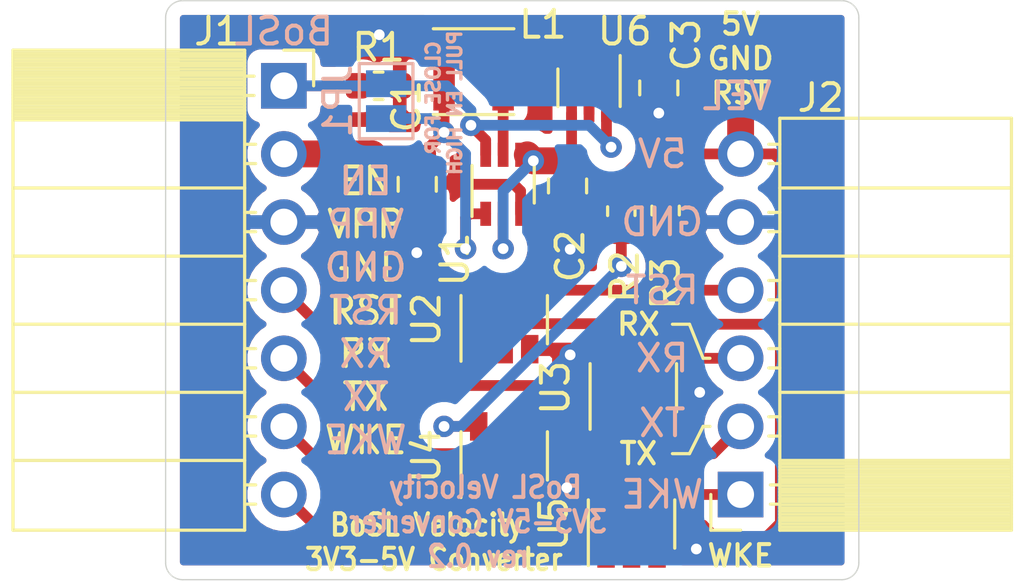
<source format=kicad_pcb>
(kicad_pcb (version 20171130) (host pcbnew "(5.1.5)-3")

  (general
    (thickness 1.6)
    (drawings 31)
    (tracks 120)
    (zones 0)
    (modules 16)
    (nets 16)
  )

  (page A4)
  (title_block
    (title "BoSL Velocity Interconnect")
    (date 2020-08-04)
    (rev "rev 0.2")
  )

  (layers
    (0 F.Cu signal)
    (31 B.Cu signal)
    (32 B.Adhes user)
    (33 F.Adhes user)
    (34 B.Paste user)
    (35 F.Paste user)
    (36 B.SilkS user)
    (37 F.SilkS user)
    (38 B.Mask user)
    (39 F.Mask user)
    (40 Dwgs.User user)
    (41 Cmts.User user)
    (42 Eco1.User user)
    (43 Eco2.User user)
    (44 Edge.Cuts user)
    (45 Margin user)
    (46 B.CrtYd user)
    (47 F.CrtYd user)
    (48 B.Fab user hide)
    (49 F.Fab user hide)
  )

  (setup
    (last_trace_width 0.25)
    (user_trace_width 0.4)
    (user_trace_width 1)
    (trace_clearance 0.2)
    (zone_clearance 0.508)
    (zone_45_only no)
    (trace_min 0.2)
    (via_size 0.8)
    (via_drill 0.4)
    (via_min_size 0.4)
    (via_min_drill 0.3)
    (uvia_size 0.3)
    (uvia_drill 0.1)
    (uvias_allowed no)
    (uvia_min_size 0.2)
    (uvia_min_drill 0.1)
    (edge_width 0.05)
    (segment_width 0.2)
    (pcb_text_width 0.3)
    (pcb_text_size 1.5 1.5)
    (mod_edge_width 0.12)
    (mod_text_size 1 1)
    (mod_text_width 0.15)
    (pad_size 1.524 1.524)
    (pad_drill 0.762)
    (pad_to_mask_clearance 0.051)
    (solder_mask_min_width 0.25)
    (aux_axis_origin 0 0)
    (visible_elements 7FFFFFFF)
    (pcbplotparams
      (layerselection 0x010fc_ffffffff)
      (usegerberextensions false)
      (usegerberattributes false)
      (usegerberadvancedattributes false)
      (creategerberjobfile false)
      (excludeedgelayer true)
      (linewidth 0.020000)
      (plotframeref false)
      (viasonmask false)
      (mode 1)
      (useauxorigin false)
      (hpglpennumber 1)
      (hpglpenspeed 20)
      (hpglpendiameter 15.000000)
      (psnegative false)
      (psa4output false)
      (plotreference true)
      (plotvalue true)
      (plotinvisibletext false)
      (padsonsilk false)
      (subtractmaskfromsilk false)
      (outputformat 1)
      (mirror false)
      (drillshape 0)
      (scaleselection 1)
      (outputdirectory "Production/"))
  )

  (net 0 "")
  (net 1 GND)
  (net 2 +5V)
  (net 3 +3V3)
  (net 4 VPP)
  (net 5 "Net-(J1-Pad5)")
  (net 6 "Net-(J1-Pad4)")
  (net 7 EN)
  (net 8 "Net-(J2-Pad4)")
  (net 9 "Net-(J2-Pad3)")
  (net 10 "Net-(L1-Pad2)")
  (net 11 "Net-(J1-Pad7)")
  (net 12 "Net-(J1-Pad6)")
  (net 13 "Net-(C2-Pad1)")
  (net 14 "Net-(J2-Pad2)")
  (net 15 "Net-(J2-Pad1)")

  (net_class Default "This is the default net class."
    (clearance 0.2)
    (trace_width 0.25)
    (via_dia 0.8)
    (via_drill 0.4)
    (uvia_dia 0.3)
    (uvia_drill 0.1)
    (add_net +3V3)
    (add_net +5V)
    (add_net EN)
    (add_net GND)
    (add_net "Net-(C2-Pad1)")
    (add_net "Net-(J1-Pad4)")
    (add_net "Net-(J1-Pad5)")
    (add_net "Net-(J1-Pad6)")
    (add_net "Net-(J1-Pad7)")
    (add_net "Net-(J2-Pad1)")
    (add_net "Net-(J2-Pad2)")
    (add_net "Net-(J2-Pad3)")
    (add_net "Net-(J2-Pad4)")
    (add_net "Net-(L1-Pad2)")
    (add_net VPP)
  )

  (module Connector_PinSocket_2.54mm:PinSocket_1x06_P2.54mm_Horizontal (layer F.Cu) (tedit 5A19A42D) (tstamp 5F293A6D)
    (at 167.64 102.108 180)
    (descr "Through hole angled socket strip, 1x06, 2.54mm pitch, 8.51mm socket length, single row (from Kicad 4.0.7), script generated")
    (tags "Through hole angled socket strip THT 1x06 2.54mm single row")
    (path /5F28F645)
    (fp_text reference J2 (at -2.9845 14.7955) (layer F.SilkS)
      (effects (font (size 1 1) (thickness 0.15)))
    )
    (fp_text value Conn_01x06 (at -4.38 15.47) (layer F.Fab)
      (effects (font (size 1 1) (thickness 0.15)))
    )
    (fp_text user %R (at -5.775 6.35 90) (layer F.Fab)
      (effects (font (size 1 1) (thickness 0.15)))
    )
    (fp_line (start 1.75 14.45) (end 1.75 -1.8) (layer F.CrtYd) (width 0.05))
    (fp_line (start -10.55 14.45) (end 1.75 14.45) (layer F.CrtYd) (width 0.05))
    (fp_line (start -10.55 -1.8) (end -10.55 14.45) (layer F.CrtYd) (width 0.05))
    (fp_line (start 1.75 -1.8) (end -10.55 -1.8) (layer F.CrtYd) (width 0.05))
    (fp_line (start 0 -1.33) (end 1.11 -1.33) (layer F.SilkS) (width 0.12))
    (fp_line (start 1.11 -1.33) (end 1.11 0) (layer F.SilkS) (width 0.12))
    (fp_line (start -10.09 -1.33) (end -10.09 14.03) (layer F.SilkS) (width 0.12))
    (fp_line (start -10.09 14.03) (end -1.46 14.03) (layer F.SilkS) (width 0.12))
    (fp_line (start -1.46 -1.33) (end -1.46 14.03) (layer F.SilkS) (width 0.12))
    (fp_line (start -10.09 -1.33) (end -1.46 -1.33) (layer F.SilkS) (width 0.12))
    (fp_line (start -10.09 11.43) (end -1.46 11.43) (layer F.SilkS) (width 0.12))
    (fp_line (start -10.09 8.89) (end -1.46 8.89) (layer F.SilkS) (width 0.12))
    (fp_line (start -10.09 6.35) (end -1.46 6.35) (layer F.SilkS) (width 0.12))
    (fp_line (start -10.09 3.81) (end -1.46 3.81) (layer F.SilkS) (width 0.12))
    (fp_line (start -10.09 1.27) (end -1.46 1.27) (layer F.SilkS) (width 0.12))
    (fp_line (start -1.46 13.06) (end -1.05 13.06) (layer F.SilkS) (width 0.12))
    (fp_line (start -1.46 12.34) (end -1.05 12.34) (layer F.SilkS) (width 0.12))
    (fp_line (start -1.46 10.52) (end -1.05 10.52) (layer F.SilkS) (width 0.12))
    (fp_line (start -1.46 9.8) (end -1.05 9.8) (layer F.SilkS) (width 0.12))
    (fp_line (start -1.46 7.98) (end -1.05 7.98) (layer F.SilkS) (width 0.12))
    (fp_line (start -1.46 7.26) (end -1.05 7.26) (layer F.SilkS) (width 0.12))
    (fp_line (start -1.46 5.44) (end -1.05 5.44) (layer F.SilkS) (width 0.12))
    (fp_line (start -1.46 4.72) (end -1.05 4.72) (layer F.SilkS) (width 0.12))
    (fp_line (start -1.46 2.9) (end -1.05 2.9) (layer F.SilkS) (width 0.12))
    (fp_line (start -1.46 2.18) (end -1.05 2.18) (layer F.SilkS) (width 0.12))
    (fp_line (start -1.46 0.36) (end -1.11 0.36) (layer F.SilkS) (width 0.12))
    (fp_line (start -1.46 -0.36) (end -1.11 -0.36) (layer F.SilkS) (width 0.12))
    (fp_line (start -10.09 1.1519) (end -1.46 1.1519) (layer F.SilkS) (width 0.12))
    (fp_line (start -10.09 1.033805) (end -1.46 1.033805) (layer F.SilkS) (width 0.12))
    (fp_line (start -10.09 0.91571) (end -1.46 0.91571) (layer F.SilkS) (width 0.12))
    (fp_line (start -10.09 0.797615) (end -1.46 0.797615) (layer F.SilkS) (width 0.12))
    (fp_line (start -10.09 0.67952) (end -1.46 0.67952) (layer F.SilkS) (width 0.12))
    (fp_line (start -10.09 0.561425) (end -1.46 0.561425) (layer F.SilkS) (width 0.12))
    (fp_line (start -10.09 0.44333) (end -1.46 0.44333) (layer F.SilkS) (width 0.12))
    (fp_line (start -10.09 0.325235) (end -1.46 0.325235) (layer F.SilkS) (width 0.12))
    (fp_line (start -10.09 0.20714) (end -1.46 0.20714) (layer F.SilkS) (width 0.12))
    (fp_line (start -10.09 0.089045) (end -1.46 0.089045) (layer F.SilkS) (width 0.12))
    (fp_line (start -10.09 -0.02905) (end -1.46 -0.02905) (layer F.SilkS) (width 0.12))
    (fp_line (start -10.09 -0.147145) (end -1.46 -0.147145) (layer F.SilkS) (width 0.12))
    (fp_line (start -10.09 -0.26524) (end -1.46 -0.26524) (layer F.SilkS) (width 0.12))
    (fp_line (start -10.09 -0.383335) (end -1.46 -0.383335) (layer F.SilkS) (width 0.12))
    (fp_line (start -10.09 -0.50143) (end -1.46 -0.50143) (layer F.SilkS) (width 0.12))
    (fp_line (start -10.09 -0.619525) (end -1.46 -0.619525) (layer F.SilkS) (width 0.12))
    (fp_line (start -10.09 -0.73762) (end -1.46 -0.73762) (layer F.SilkS) (width 0.12))
    (fp_line (start -10.09 -0.855715) (end -1.46 -0.855715) (layer F.SilkS) (width 0.12))
    (fp_line (start -10.09 -0.97381) (end -1.46 -0.97381) (layer F.SilkS) (width 0.12))
    (fp_line (start -10.09 -1.091905) (end -1.46 -1.091905) (layer F.SilkS) (width 0.12))
    (fp_line (start -10.09 -1.21) (end -1.46 -1.21) (layer F.SilkS) (width 0.12))
    (fp_line (start 0 13) (end 0 12.4) (layer F.Fab) (width 0.1))
    (fp_line (start -1.52 13) (end 0 13) (layer F.Fab) (width 0.1))
    (fp_line (start 0 12.4) (end -1.52 12.4) (layer F.Fab) (width 0.1))
    (fp_line (start 0 10.46) (end 0 9.86) (layer F.Fab) (width 0.1))
    (fp_line (start -1.52 10.46) (end 0 10.46) (layer F.Fab) (width 0.1))
    (fp_line (start 0 9.86) (end -1.52 9.86) (layer F.Fab) (width 0.1))
    (fp_line (start 0 7.92) (end 0 7.32) (layer F.Fab) (width 0.1))
    (fp_line (start -1.52 7.92) (end 0 7.92) (layer F.Fab) (width 0.1))
    (fp_line (start 0 7.32) (end -1.52 7.32) (layer F.Fab) (width 0.1))
    (fp_line (start 0 5.38) (end 0 4.78) (layer F.Fab) (width 0.1))
    (fp_line (start -1.52 5.38) (end 0 5.38) (layer F.Fab) (width 0.1))
    (fp_line (start 0 4.78) (end -1.52 4.78) (layer F.Fab) (width 0.1))
    (fp_line (start 0 2.84) (end 0 2.24) (layer F.Fab) (width 0.1))
    (fp_line (start -1.52 2.84) (end 0 2.84) (layer F.Fab) (width 0.1))
    (fp_line (start 0 2.24) (end -1.52 2.24) (layer F.Fab) (width 0.1))
    (fp_line (start 0 0.3) (end 0 -0.3) (layer F.Fab) (width 0.1))
    (fp_line (start -1.52 0.3) (end 0 0.3) (layer F.Fab) (width 0.1))
    (fp_line (start 0 -0.3) (end -1.52 -0.3) (layer F.Fab) (width 0.1))
    (fp_line (start -10.03 13.97) (end -10.03 -1.27) (layer F.Fab) (width 0.1))
    (fp_line (start -1.52 13.97) (end -10.03 13.97) (layer F.Fab) (width 0.1))
    (fp_line (start -1.52 -0.3) (end -1.52 13.97) (layer F.Fab) (width 0.1))
    (fp_line (start -2.49 -1.27) (end -1.52 -0.3) (layer F.Fab) (width 0.1))
    (fp_line (start -10.03 -1.27) (end -2.49 -1.27) (layer F.Fab) (width 0.1))
    (pad 6 thru_hole oval (at 0 12.7 180) (size 1.7 1.7) (drill 1) (layers *.Cu *.Mask)
      (net 2 +5V))
    (pad 5 thru_hole oval (at 0 10.16 180) (size 1.7 1.7) (drill 1) (layers *.Cu *.Mask)
      (net 1 GND))
    (pad 4 thru_hole oval (at 0 7.62 180) (size 1.7 1.7) (drill 1) (layers *.Cu *.Mask)
      (net 8 "Net-(J2-Pad4)"))
    (pad 3 thru_hole oval (at 0 5.08 180) (size 1.7 1.7) (drill 1) (layers *.Cu *.Mask)
      (net 9 "Net-(J2-Pad3)"))
    (pad 2 thru_hole oval (at 0 2.54 180) (size 1.7 1.7) (drill 1) (layers *.Cu *.Mask)
      (net 14 "Net-(J2-Pad2)"))
    (pad 1 thru_hole rect (at 0 0 180) (size 1.7 1.7) (drill 1) (layers *.Cu *.Mask)
      (net 15 "Net-(J2-Pad1)"))
    (model ${KISYS3DMOD}/Connector_PinSocket_2.54mm.3dshapes/PinSocket_1x06_P2.54mm_Horizontal.wrl
      (at (xyz 0 0 0))
      (scale (xyz 1 1 1))
      (rotate (xyz 0 0 0))
    )
  )

  (module Connector_PinSocket_2.54mm:PinSocket_1x07_P2.54mm_Horizontal (layer F.Cu) (tedit 5A19A42A) (tstamp 5F2911E9)
    (at 150.622 86.868)
    (descr "Through hole angled socket strip, 1x07, 2.54mm pitch, 8.51mm socket length, single row (from Kicad 4.0.7), script generated")
    (tags "Through hole angled socket strip THT 1x07 2.54mm single row")
    (path /5F28EA64)
    (fp_text reference J1 (at -2.4765 -2.032) (layer F.SilkS)
      (effects (font (size 1 1) (thickness 0.15)))
    )
    (fp_text value Conn_01x07 (at -4.38 18.01) (layer F.Fab)
      (effects (font (size 1 1) (thickness 0.15)))
    )
    (fp_text user %R (at -5.775 7.62 90) (layer F.Fab)
      (effects (font (size 1 1) (thickness 0.15)))
    )
    (fp_line (start 1.75 17.05) (end 1.75 -1.75) (layer F.CrtYd) (width 0.05))
    (fp_line (start -10.55 17.05) (end 1.75 17.05) (layer F.CrtYd) (width 0.05))
    (fp_line (start -10.55 -1.75) (end -10.55 17.05) (layer F.CrtYd) (width 0.05))
    (fp_line (start 1.75 -1.75) (end -10.55 -1.75) (layer F.CrtYd) (width 0.05))
    (fp_line (start 0 -1.33) (end 1.11 -1.33) (layer F.SilkS) (width 0.12))
    (fp_line (start 1.11 -1.33) (end 1.11 0) (layer F.SilkS) (width 0.12))
    (fp_line (start -10.09 -1.33) (end -10.09 16.57) (layer F.SilkS) (width 0.12))
    (fp_line (start -10.09 16.57) (end -1.46 16.57) (layer F.SilkS) (width 0.12))
    (fp_line (start -1.46 -1.33) (end -1.46 16.57) (layer F.SilkS) (width 0.12))
    (fp_line (start -10.09 -1.33) (end -1.46 -1.33) (layer F.SilkS) (width 0.12))
    (fp_line (start -10.09 13.97) (end -1.46 13.97) (layer F.SilkS) (width 0.12))
    (fp_line (start -10.09 11.43) (end -1.46 11.43) (layer F.SilkS) (width 0.12))
    (fp_line (start -10.09 8.89) (end -1.46 8.89) (layer F.SilkS) (width 0.12))
    (fp_line (start -10.09 6.35) (end -1.46 6.35) (layer F.SilkS) (width 0.12))
    (fp_line (start -10.09 3.81) (end -1.46 3.81) (layer F.SilkS) (width 0.12))
    (fp_line (start -10.09 1.27) (end -1.46 1.27) (layer F.SilkS) (width 0.12))
    (fp_line (start -1.46 15.6) (end -1.05 15.6) (layer F.SilkS) (width 0.12))
    (fp_line (start -1.46 14.88) (end -1.05 14.88) (layer F.SilkS) (width 0.12))
    (fp_line (start -1.46 13.06) (end -1.05 13.06) (layer F.SilkS) (width 0.12))
    (fp_line (start -1.46 12.34) (end -1.05 12.34) (layer F.SilkS) (width 0.12))
    (fp_line (start -1.46 10.52) (end -1.05 10.52) (layer F.SilkS) (width 0.12))
    (fp_line (start -1.46 9.8) (end -1.05 9.8) (layer F.SilkS) (width 0.12))
    (fp_line (start -1.46 7.98) (end -1.05 7.98) (layer F.SilkS) (width 0.12))
    (fp_line (start -1.46 7.26) (end -1.05 7.26) (layer F.SilkS) (width 0.12))
    (fp_line (start -1.46 5.44) (end -1.05 5.44) (layer F.SilkS) (width 0.12))
    (fp_line (start -1.46 4.72) (end -1.05 4.72) (layer F.SilkS) (width 0.12))
    (fp_line (start -1.46 2.9) (end -1.05 2.9) (layer F.SilkS) (width 0.12))
    (fp_line (start -1.46 2.18) (end -1.05 2.18) (layer F.SilkS) (width 0.12))
    (fp_line (start -1.46 0.36) (end -1.11 0.36) (layer F.SilkS) (width 0.12))
    (fp_line (start -1.46 -0.36) (end -1.11 -0.36) (layer F.SilkS) (width 0.12))
    (fp_line (start -10.09 1.1519) (end -1.46 1.1519) (layer F.SilkS) (width 0.12))
    (fp_line (start -10.09 1.033805) (end -1.46 1.033805) (layer F.SilkS) (width 0.12))
    (fp_line (start -10.09 0.91571) (end -1.46 0.91571) (layer F.SilkS) (width 0.12))
    (fp_line (start -10.09 0.797615) (end -1.46 0.797615) (layer F.SilkS) (width 0.12))
    (fp_line (start -10.09 0.67952) (end -1.46 0.67952) (layer F.SilkS) (width 0.12))
    (fp_line (start -10.09 0.561425) (end -1.46 0.561425) (layer F.SilkS) (width 0.12))
    (fp_line (start -10.09 0.44333) (end -1.46 0.44333) (layer F.SilkS) (width 0.12))
    (fp_line (start -10.09 0.325235) (end -1.46 0.325235) (layer F.SilkS) (width 0.12))
    (fp_line (start -10.09 0.20714) (end -1.46 0.20714) (layer F.SilkS) (width 0.12))
    (fp_line (start -10.09 0.089045) (end -1.46 0.089045) (layer F.SilkS) (width 0.12))
    (fp_line (start -10.09 -0.02905) (end -1.46 -0.02905) (layer F.SilkS) (width 0.12))
    (fp_line (start -10.09 -0.147145) (end -1.46 -0.147145) (layer F.SilkS) (width 0.12))
    (fp_line (start -10.09 -0.26524) (end -1.46 -0.26524) (layer F.SilkS) (width 0.12))
    (fp_line (start -10.09 -0.383335) (end -1.46 -0.383335) (layer F.SilkS) (width 0.12))
    (fp_line (start -10.09 -0.50143) (end -1.46 -0.50143) (layer F.SilkS) (width 0.12))
    (fp_line (start -10.09 -0.619525) (end -1.46 -0.619525) (layer F.SilkS) (width 0.12))
    (fp_line (start -10.09 -0.73762) (end -1.46 -0.73762) (layer F.SilkS) (width 0.12))
    (fp_line (start -10.09 -0.855715) (end -1.46 -0.855715) (layer F.SilkS) (width 0.12))
    (fp_line (start -10.09 -0.97381) (end -1.46 -0.97381) (layer F.SilkS) (width 0.12))
    (fp_line (start -10.09 -1.091905) (end -1.46 -1.091905) (layer F.SilkS) (width 0.12))
    (fp_line (start -10.09 -1.21) (end -1.46 -1.21) (layer F.SilkS) (width 0.12))
    (fp_line (start 0 15.54) (end 0 14.94) (layer F.Fab) (width 0.1))
    (fp_line (start -1.52 15.54) (end 0 15.54) (layer F.Fab) (width 0.1))
    (fp_line (start 0 14.94) (end -1.52 14.94) (layer F.Fab) (width 0.1))
    (fp_line (start 0 13) (end 0 12.4) (layer F.Fab) (width 0.1))
    (fp_line (start -1.52 13) (end 0 13) (layer F.Fab) (width 0.1))
    (fp_line (start 0 12.4) (end -1.52 12.4) (layer F.Fab) (width 0.1))
    (fp_line (start 0 10.46) (end 0 9.86) (layer F.Fab) (width 0.1))
    (fp_line (start -1.52 10.46) (end 0 10.46) (layer F.Fab) (width 0.1))
    (fp_line (start 0 9.86) (end -1.52 9.86) (layer F.Fab) (width 0.1))
    (fp_line (start 0 7.92) (end 0 7.32) (layer F.Fab) (width 0.1))
    (fp_line (start -1.52 7.92) (end 0 7.92) (layer F.Fab) (width 0.1))
    (fp_line (start 0 7.32) (end -1.52 7.32) (layer F.Fab) (width 0.1))
    (fp_line (start 0 5.38) (end 0 4.78) (layer F.Fab) (width 0.1))
    (fp_line (start -1.52 5.38) (end 0 5.38) (layer F.Fab) (width 0.1))
    (fp_line (start 0 4.78) (end -1.52 4.78) (layer F.Fab) (width 0.1))
    (fp_line (start 0 2.84) (end 0 2.24) (layer F.Fab) (width 0.1))
    (fp_line (start -1.52 2.84) (end 0 2.84) (layer F.Fab) (width 0.1))
    (fp_line (start 0 2.24) (end -1.52 2.24) (layer F.Fab) (width 0.1))
    (fp_line (start 0 0.3) (end 0 -0.3) (layer F.Fab) (width 0.1))
    (fp_line (start -1.52 0.3) (end 0 0.3) (layer F.Fab) (width 0.1))
    (fp_line (start 0 -0.3) (end -1.52 -0.3) (layer F.Fab) (width 0.1))
    (fp_line (start -10.03 16.51) (end -10.03 -1.27) (layer F.Fab) (width 0.1))
    (fp_line (start -1.52 16.51) (end -10.03 16.51) (layer F.Fab) (width 0.1))
    (fp_line (start -1.52 -0.3) (end -1.52 16.51) (layer F.Fab) (width 0.1))
    (fp_line (start -2.49 -1.27) (end -1.52 -0.3) (layer F.Fab) (width 0.1))
    (fp_line (start -10.03 -1.27) (end -2.49 -1.27) (layer F.Fab) (width 0.1))
    (pad 7 thru_hole oval (at 0 15.24) (size 1.7 1.7) (drill 1) (layers *.Cu *.Mask)
      (net 11 "Net-(J1-Pad7)"))
    (pad 6 thru_hole oval (at 0 12.7) (size 1.7 1.7) (drill 1) (layers *.Cu *.Mask)
      (net 12 "Net-(J1-Pad6)"))
    (pad 5 thru_hole oval (at 0 10.16) (size 1.7 1.7) (drill 1) (layers *.Cu *.Mask)
      (net 5 "Net-(J1-Pad5)"))
    (pad 4 thru_hole oval (at 0 7.62) (size 1.7 1.7) (drill 1) (layers *.Cu *.Mask)
      (net 6 "Net-(J1-Pad4)"))
    (pad 3 thru_hole oval (at 0 5.08) (size 1.7 1.7) (drill 1) (layers *.Cu *.Mask)
      (net 1 GND))
    (pad 2 thru_hole oval (at 0 2.54) (size 1.7 1.7) (drill 1) (layers *.Cu *.Mask)
      (net 4 VPP))
    (pad 1 thru_hole rect (at 0 0) (size 1.7 1.7) (drill 1) (layers *.Cu *.Mask)
      (net 7 EN))
    (model ${KISYS3DMOD}/Connector_PinSocket_2.54mm.3dshapes/PinSocket_1x07_P2.54mm_Horizontal.wrl
      (at (xyz 0 0 0))
      (scale (xyz 1 1 1))
      (rotate (xyz 0 0 0))
    )
  )

  (module Resistor_SMD:R_0603_1608Metric (layer F.Cu) (tedit 5B301BBD) (tstamp 5EF9DA30)
    (at 164.846 91.5185 270)
    (descr "Resistor SMD 0603 (1608 Metric), square (rectangular) end terminal, IPC_7351 nominal, (Body size source: http://www.tortai-tech.com/upload/download/2011102023233369053.pdf), generated with kicad-footprint-generator")
    (tags resistor)
    (path /5EFE28BE)
    (attr smd)
    (fp_text reference R3 (at 2.7155 0 90) (layer F.SilkS)
      (effects (font (size 1 1) (thickness 0.15)))
    )
    (fp_text value "680 Ω" (at 0 1.43 90) (layer F.Fab)
      (effects (font (size 1 1) (thickness 0.15)))
    )
    (fp_text user %R (at 0 0 90) (layer F.Fab)
      (effects (font (size 0.4 0.4) (thickness 0.06)))
    )
    (fp_line (start 1.48 0.73) (end -1.48 0.73) (layer F.CrtYd) (width 0.05))
    (fp_line (start 1.48 -0.73) (end 1.48 0.73) (layer F.CrtYd) (width 0.05))
    (fp_line (start -1.48 -0.73) (end 1.48 -0.73) (layer F.CrtYd) (width 0.05))
    (fp_line (start -1.48 0.73) (end -1.48 -0.73) (layer F.CrtYd) (width 0.05))
    (fp_line (start -0.162779 0.51) (end 0.162779 0.51) (layer F.SilkS) (width 0.12))
    (fp_line (start -0.162779 -0.51) (end 0.162779 -0.51) (layer F.SilkS) (width 0.12))
    (fp_line (start 0.8 0.4) (end -0.8 0.4) (layer F.Fab) (width 0.1))
    (fp_line (start 0.8 -0.4) (end 0.8 0.4) (layer F.Fab) (width 0.1))
    (fp_line (start -0.8 -0.4) (end 0.8 -0.4) (layer F.Fab) (width 0.1))
    (fp_line (start -0.8 0.4) (end -0.8 -0.4) (layer F.Fab) (width 0.1))
    (pad 2 smd roundrect (at 0.7875 0 270) (size 0.875 0.95) (layers F.Cu F.Paste F.Mask) (roundrect_rratio 0.25)
      (net 3 +3V3))
    (pad 1 smd roundrect (at -0.7875 0 270) (size 0.875 0.95) (layers F.Cu F.Paste F.Mask) (roundrect_rratio 0.25)
      (net 2 +5V))
    (model ${KISYS3DMOD}/Resistor_SMD.3dshapes/R_0603_1608Metric.wrl
      (at (xyz 0 0 0))
      (scale (xyz 1 1 1))
      (rotate (xyz 0 0 0))
    )
  )

  (module Resistor_SMD:R_0603_1608Metric (layer F.Cu) (tedit 5B301BBD) (tstamp 5EF9DA1F)
    (at 163.195 91.5415 90)
    (descr "Resistor SMD 0603 (1608 Metric), square (rectangular) end terminal, IPC_7351 nominal, (Body size source: http://www.tortai-tech.com/upload/download/2011102023233369053.pdf), generated with kicad-footprint-generator")
    (tags resistor)
    (path /5EFE2C27)
    (attr smd)
    (fp_text reference R2 (at -2.4385 0.127 90) (layer F.SilkS)
      (effects (font (size 1 1) (thickness 0.15)))
    )
    (fp_text value "1.5 kΩ" (at 0 1.43 90) (layer F.Fab)
      (effects (font (size 1 1) (thickness 0.15)))
    )
    (fp_text user %R (at 0 0 90) (layer F.Fab)
      (effects (font (size 0.4 0.4) (thickness 0.06)))
    )
    (fp_line (start 1.48 0.73) (end -1.48 0.73) (layer F.CrtYd) (width 0.05))
    (fp_line (start 1.48 -0.73) (end 1.48 0.73) (layer F.CrtYd) (width 0.05))
    (fp_line (start -1.48 -0.73) (end 1.48 -0.73) (layer F.CrtYd) (width 0.05))
    (fp_line (start -1.48 0.73) (end -1.48 -0.73) (layer F.CrtYd) (width 0.05))
    (fp_line (start -0.162779 0.51) (end 0.162779 0.51) (layer F.SilkS) (width 0.12))
    (fp_line (start -0.162779 -0.51) (end 0.162779 -0.51) (layer F.SilkS) (width 0.12))
    (fp_line (start 0.8 0.4) (end -0.8 0.4) (layer F.Fab) (width 0.1))
    (fp_line (start 0.8 -0.4) (end 0.8 0.4) (layer F.Fab) (width 0.1))
    (fp_line (start -0.8 -0.4) (end 0.8 -0.4) (layer F.Fab) (width 0.1))
    (fp_line (start -0.8 0.4) (end -0.8 -0.4) (layer F.Fab) (width 0.1))
    (pad 2 smd roundrect (at 0.7875 0 90) (size 0.875 0.95) (layers F.Cu F.Paste F.Mask) (roundrect_rratio 0.25)
      (net 1 GND))
    (pad 1 smd roundrect (at -0.7875 0 90) (size 0.875 0.95) (layers F.Cu F.Paste F.Mask) (roundrect_rratio 0.25)
      (net 3 +3V3))
    (model ${KISYS3DMOD}/Resistor_SMD.3dshapes/R_0603_1608Metric.wrl
      (at (xyz 0 0 0))
      (scale (xyz 1 1 1))
      (rotate (xyz 0 0 0))
    )
  )

  (module Resistor_SMD:R_0603_1608Metric (layer F.Cu) (tedit 5B301BBD) (tstamp 5EFA06AF)
    (at 154.1525 86.868)
    (descr "Resistor SMD 0603 (1608 Metric), square (rectangular) end terminal, IPC_7351 nominal, (Body size source: http://www.tortai-tech.com/upload/download/2011102023233369053.pdf), generated with kicad-footprint-generator")
    (tags resistor)
    (path /5EFD6712)
    (attr smd)
    (fp_text reference R1 (at 0 -1.43) (layer F.SilkS)
      (effects (font (size 1 1) (thickness 0.15)))
    )
    (fp_text value "10 kΩ" (at 0 1.43) (layer F.Fab)
      (effects (font (size 1 1) (thickness 0.15)))
    )
    (fp_text user %R (at 0 0) (layer F.Fab)
      (effects (font (size 0.4 0.4) (thickness 0.06)))
    )
    (fp_line (start 1.48 0.73) (end -1.48 0.73) (layer F.CrtYd) (width 0.05))
    (fp_line (start 1.48 -0.73) (end 1.48 0.73) (layer F.CrtYd) (width 0.05))
    (fp_line (start -1.48 -0.73) (end 1.48 -0.73) (layer F.CrtYd) (width 0.05))
    (fp_line (start -1.48 0.73) (end -1.48 -0.73) (layer F.CrtYd) (width 0.05))
    (fp_line (start -0.162779 0.51) (end 0.162779 0.51) (layer F.SilkS) (width 0.12))
    (fp_line (start -0.162779 -0.51) (end 0.162779 -0.51) (layer F.SilkS) (width 0.12))
    (fp_line (start 0.8 0.4) (end -0.8 0.4) (layer F.Fab) (width 0.1))
    (fp_line (start 0.8 -0.4) (end 0.8 0.4) (layer F.Fab) (width 0.1))
    (fp_line (start -0.8 -0.4) (end 0.8 -0.4) (layer F.Fab) (width 0.1))
    (fp_line (start -0.8 0.4) (end -0.8 -0.4) (layer F.Fab) (width 0.1))
    (pad 2 smd roundrect (at 0.7875 0) (size 0.875 0.95) (layers F.Cu F.Paste F.Mask) (roundrect_rratio 0.25)
      (net 1 GND))
    (pad 1 smd roundrect (at -0.7875 0) (size 0.875 0.95) (layers F.Cu F.Paste F.Mask) (roundrect_rratio 0.25)
      (net 7 EN))
    (model ${KISYS3DMOD}/Resistor_SMD.3dshapes/R_0603_1608Metric.wrl
      (at (xyz 0 0 0))
      (scale (xyz 1 1 1))
      (rotate (xyz 0 0 0))
    )
  )

  (module Package_TO_SOT_SMD:SOT-363_SC-70-6 (layer F.Cu) (tedit 5A02FF57) (tstamp 5F29136D)
    (at 161.992 86.94 270)
    (descr "SOT-363, SC-70-6")
    (tags "SOT-363 SC-70-6")
    (path /5F2A1973)
    (attr smd)
    (fp_text reference U6 (at -2.104 -1.33) (layer F.SilkS)
      (effects (font (size 1 1) (thickness 0.15)))
    )
    (fp_text value MIC94090 (at 0 2 270) (layer F.Fab)
      (effects (font (size 1 1) (thickness 0.15)))
    )
    (fp_line (start -0.175 -1.1) (end -0.675 -0.6) (layer F.Fab) (width 0.1))
    (fp_line (start 0.675 1.1) (end -0.675 1.1) (layer F.Fab) (width 0.1))
    (fp_line (start 0.675 -1.1) (end 0.675 1.1) (layer F.Fab) (width 0.1))
    (fp_line (start -1.6 1.4) (end 1.6 1.4) (layer F.CrtYd) (width 0.05))
    (fp_line (start -0.675 -0.6) (end -0.675 1.1) (layer F.Fab) (width 0.1))
    (fp_line (start 0.675 -1.1) (end -0.175 -1.1) (layer F.Fab) (width 0.1))
    (fp_line (start -1.6 -1.4) (end 1.6 -1.4) (layer F.CrtYd) (width 0.05))
    (fp_line (start -1.6 -1.4) (end -1.6 1.4) (layer F.CrtYd) (width 0.05))
    (fp_line (start 1.6 1.4) (end 1.6 -1.4) (layer F.CrtYd) (width 0.05))
    (fp_line (start -0.7 1.16) (end 0.7 1.16) (layer F.SilkS) (width 0.12))
    (fp_line (start 0.7 -1.16) (end -1.2 -1.16) (layer F.SilkS) (width 0.12))
    (fp_text user %R (at 0 0) (layer F.Fab)
      (effects (font (size 0.5 0.5) (thickness 0.075)))
    )
    (pad 6 smd rect (at 0.95 -0.65 270) (size 0.65 0.4) (layers F.Cu F.Paste F.Mask)
      (net 7 EN))
    (pad 4 smd rect (at 0.95 0.65 270) (size 0.65 0.4) (layers F.Cu F.Paste F.Mask)
      (net 13 "Net-(C2-Pad1)"))
    (pad 2 smd rect (at -0.95 0 270) (size 0.65 0.4) (layers F.Cu F.Paste F.Mask)
      (net 1 GND))
    (pad 5 smd rect (at 0.95 0 270) (size 0.65 0.4) (layers F.Cu F.Paste F.Mask)
      (net 1 GND))
    (pad 3 smd rect (at -0.95 0.65 270) (size 0.65 0.4) (layers F.Cu F.Paste F.Mask))
    (pad 1 smd rect (at -0.95 -0.65 270) (size 0.65 0.4) (layers F.Cu F.Paste F.Mask)
      (net 2 +5V))
    (model ${KISYS3DMOD}/Package_TO_SOT_SMD.3dshapes/SOT-363_SC-70-6.wrl
      (at (xyz 0 0 0))
      (scale (xyz 1 1 1))
      (rotate (xyz 0 0 0))
    )
  )

  (module Capacitor_SMD:C_0805_2012Metric (layer F.Cu) (tedit 5B36C52B) (tstamp 5F2911CE)
    (at 164.592 86.9465 270)
    (descr "Capacitor SMD 0805 (2012 Metric), square (rectangular) end terminal, IPC_7351 nominal, (Body size source: https://docs.google.com/spreadsheets/d/1BsfQQcO9C6DZCsRaXUlFlo91Tg2WpOkGARC1WS5S8t0/edit?usp=sharing), generated with kicad-footprint-generator")
    (tags capacitor)
    (path /5F298E98)
    (attr smd)
    (fp_text reference C3 (at -1.6025 -1.016 90) (layer F.SilkS)
      (effects (font (size 1 1) (thickness 0.15)))
    )
    (fp_text value "1 μF" (at 0 1.65 90) (layer F.Fab)
      (effects (font (size 1 1) (thickness 0.15)))
    )
    (fp_text user %R (at 0 0 90) (layer F.Fab)
      (effects (font (size 0.5 0.5) (thickness 0.08)))
    )
    (fp_line (start 1.68 0.95) (end -1.68 0.95) (layer F.CrtYd) (width 0.05))
    (fp_line (start 1.68 -0.95) (end 1.68 0.95) (layer F.CrtYd) (width 0.05))
    (fp_line (start -1.68 -0.95) (end 1.68 -0.95) (layer F.CrtYd) (width 0.05))
    (fp_line (start -1.68 0.95) (end -1.68 -0.95) (layer F.CrtYd) (width 0.05))
    (fp_line (start -0.258578 0.71) (end 0.258578 0.71) (layer F.SilkS) (width 0.12))
    (fp_line (start -0.258578 -0.71) (end 0.258578 -0.71) (layer F.SilkS) (width 0.12))
    (fp_line (start 1 0.6) (end -1 0.6) (layer F.Fab) (width 0.1))
    (fp_line (start 1 -0.6) (end 1 0.6) (layer F.Fab) (width 0.1))
    (fp_line (start -1 -0.6) (end 1 -0.6) (layer F.Fab) (width 0.1))
    (fp_line (start -1 0.6) (end -1 -0.6) (layer F.Fab) (width 0.1))
    (pad 2 smd roundrect (at 0.9375 0 270) (size 0.975 1.4) (layers F.Cu F.Paste F.Mask) (roundrect_rratio 0.25)
      (net 1 GND))
    (pad 1 smd roundrect (at -0.9375 0 270) (size 0.975 1.4) (layers F.Cu F.Paste F.Mask) (roundrect_rratio 0.25)
      (net 2 +5V))
    (model ${KISYS3DMOD}/Capacitor_SMD.3dshapes/C_0805_2012Metric.wrl
      (at (xyz 0 0 0))
      (scale (xyz 1 1 1))
      (rotate (xyz 0 0 0))
    )
  )

  (module Package_TO_SOT_SMD:SOT-23-5 (layer F.Cu) (tedit 5A02FF57) (tstamp 5EF9DA9A)
    (at 163.576 103.208 90)
    (descr "5-pin SOT23 package")
    (tags SOT-23-5)
    (path /5EFB6900)
    (attr smd)
    (fp_text reference U5 (at 0 -2.9 90) (layer F.SilkS)
      (effects (font (size 1 1) (thickness 0.15)))
    )
    (fp_text value SN74LV1T34DBVR (at 0 2.9 90) (layer F.Fab)
      (effects (font (size 1 1) (thickness 0.15)))
    )
    (fp_line (start 0.9 -1.55) (end 0.9 1.55) (layer F.Fab) (width 0.1))
    (fp_line (start 0.9 1.55) (end -0.9 1.55) (layer F.Fab) (width 0.1))
    (fp_line (start -0.9 -0.9) (end -0.9 1.55) (layer F.Fab) (width 0.1))
    (fp_line (start 0.9 -1.55) (end -0.25 -1.55) (layer F.Fab) (width 0.1))
    (fp_line (start -0.9 -0.9) (end -0.25 -1.55) (layer F.Fab) (width 0.1))
    (fp_line (start -1.9 1.8) (end -1.9 -1.8) (layer F.CrtYd) (width 0.05))
    (fp_line (start 1.9 1.8) (end -1.9 1.8) (layer F.CrtYd) (width 0.05))
    (fp_line (start 1.9 -1.8) (end 1.9 1.8) (layer F.CrtYd) (width 0.05))
    (fp_line (start -1.9 -1.8) (end 1.9 -1.8) (layer F.CrtYd) (width 0.05))
    (fp_line (start 0.9 -1.61) (end -1.55 -1.61) (layer F.SilkS) (width 0.12))
    (fp_line (start -0.9 1.61) (end 0.9 1.61) (layer F.SilkS) (width 0.12))
    (fp_text user %R (at 0 0) (layer F.Fab)
      (effects (font (size 0.5 0.5) (thickness 0.075)))
    )
    (pad 5 smd rect (at 1.1 -0.95 90) (size 1.06 0.65) (layers F.Cu F.Paste F.Mask)
      (net 2 +5V))
    (pad 4 smd rect (at 1.1 0.95 90) (size 1.06 0.65) (layers F.Cu F.Paste F.Mask)
      (net 15 "Net-(J2-Pad1)"))
    (pad 3 smd rect (at -1.1 0.95 90) (size 1.06 0.65) (layers F.Cu F.Paste F.Mask)
      (net 1 GND))
    (pad 2 smd rect (at -1.1 0 90) (size 1.06 0.65) (layers F.Cu F.Paste F.Mask)
      (net 11 "Net-(J1-Pad7)"))
    (pad 1 smd rect (at -1.1 -0.95 90) (size 1.06 0.65) (layers F.Cu F.Paste F.Mask))
    (model ${KISYS3DMOD}/Package_TO_SOT_SMD.3dshapes/SOT-23-5.wrl
      (at (xyz 0 0 0))
      (scale (xyz 1 1 1))
      (rotate (xyz 0 0 0))
    )
  )

  (module Package_TO_SOT_SMD:SOT-23-5 (layer F.Cu) (tedit 5A02FF57) (tstamp 5F292A06)
    (at 158.832 100.668 90)
    (descr "5-pin SOT23 package")
    (tags SOT-23-5)
    (path /5EFB63FF)
    (attr smd)
    (fp_text reference U4 (at 0 -2.9 90) (layer F.SilkS)
      (effects (font (size 1 1) (thickness 0.15)))
    )
    (fp_text value SN74LV1T34DBVR (at 0 2.9 90) (layer F.Fab)
      (effects (font (size 1 1) (thickness 0.15)))
    )
    (fp_line (start 0.9 -1.55) (end 0.9 1.55) (layer F.Fab) (width 0.1))
    (fp_line (start 0.9 1.55) (end -0.9 1.55) (layer F.Fab) (width 0.1))
    (fp_line (start -0.9 -0.9) (end -0.9 1.55) (layer F.Fab) (width 0.1))
    (fp_line (start 0.9 -1.55) (end -0.25 -1.55) (layer F.Fab) (width 0.1))
    (fp_line (start -0.9 -0.9) (end -0.25 -1.55) (layer F.Fab) (width 0.1))
    (fp_line (start -1.9 1.8) (end -1.9 -1.8) (layer F.CrtYd) (width 0.05))
    (fp_line (start 1.9 1.8) (end -1.9 1.8) (layer F.CrtYd) (width 0.05))
    (fp_line (start 1.9 -1.8) (end 1.9 1.8) (layer F.CrtYd) (width 0.05))
    (fp_line (start -1.9 -1.8) (end 1.9 -1.8) (layer F.CrtYd) (width 0.05))
    (fp_line (start 0.9 -1.61) (end -1.55 -1.61) (layer F.SilkS) (width 0.12))
    (fp_line (start -0.9 1.61) (end 0.9 1.61) (layer F.SilkS) (width 0.12))
    (fp_text user %R (at 0 0) (layer F.Fab)
      (effects (font (size 0.5 0.5) (thickness 0.075)))
    )
    (pad 5 smd rect (at 1.1 -0.95 90) (size 1.06 0.65) (layers F.Cu F.Paste F.Mask)
      (net 3 +3V3))
    (pad 4 smd rect (at 1.1 0.95 90) (size 1.06 0.65) (layers F.Cu F.Paste F.Mask)
      (net 12 "Net-(J1-Pad6)"))
    (pad 3 smd rect (at -1.1 0.95 90) (size 1.06 0.65) (layers F.Cu F.Paste F.Mask)
      (net 1 GND))
    (pad 2 smd rect (at -1.1 0 90) (size 1.06 0.65) (layers F.Cu F.Paste F.Mask)
      (net 14 "Net-(J2-Pad2)"))
    (pad 1 smd rect (at -1.1 -0.95 90) (size 1.06 0.65) (layers F.Cu F.Paste F.Mask))
    (model ${KISYS3DMOD}/Package_TO_SOT_SMD.3dshapes/SOT-23-5.wrl
      (at (xyz 0 0 0))
      (scale (xyz 1 1 1))
      (rotate (xyz 0 0 0))
    )
  )

  (module Package_TO_SOT_SMD:SOT-23-5 (layer F.Cu) (tedit 5A02FF57) (tstamp 5EF9DA70)
    (at 163.642 98.128 90)
    (descr "5-pin SOT23 package")
    (tags SOT-23-5)
    (path /5EFB5DB4)
    (attr smd)
    (fp_text reference U3 (at 0 -2.9 90) (layer F.SilkS)
      (effects (font (size 1 1) (thickness 0.15)))
    )
    (fp_text value SN74LV1T34DBVR (at 0 2.9 90) (layer F.Fab)
      (effects (font (size 1 1) (thickness 0.15)))
    )
    (fp_line (start 0.9 -1.55) (end 0.9 1.55) (layer F.Fab) (width 0.1))
    (fp_line (start 0.9 1.55) (end -0.9 1.55) (layer F.Fab) (width 0.1))
    (fp_line (start -0.9 -0.9) (end -0.9 1.55) (layer F.Fab) (width 0.1))
    (fp_line (start 0.9 -1.55) (end -0.25 -1.55) (layer F.Fab) (width 0.1))
    (fp_line (start -0.9 -0.9) (end -0.25 -1.55) (layer F.Fab) (width 0.1))
    (fp_line (start -1.9 1.8) (end -1.9 -1.8) (layer F.CrtYd) (width 0.05))
    (fp_line (start 1.9 1.8) (end -1.9 1.8) (layer F.CrtYd) (width 0.05))
    (fp_line (start 1.9 -1.8) (end 1.9 1.8) (layer F.CrtYd) (width 0.05))
    (fp_line (start -1.9 -1.8) (end 1.9 -1.8) (layer F.CrtYd) (width 0.05))
    (fp_line (start 0.9 -1.61) (end -1.55 -1.61) (layer F.SilkS) (width 0.12))
    (fp_line (start -0.9 1.61) (end 0.9 1.61) (layer F.SilkS) (width 0.12))
    (fp_text user %R (at 0 0) (layer F.Fab)
      (effects (font (size 0.5 0.5) (thickness 0.075)))
    )
    (pad 5 smd rect (at 1.1 -0.95 90) (size 1.06 0.65) (layers F.Cu F.Paste F.Mask)
      (net 2 +5V))
    (pad 4 smd rect (at 1.1 0.95 90) (size 1.06 0.65) (layers F.Cu F.Paste F.Mask)
      (net 9 "Net-(J2-Pad3)"))
    (pad 3 smd rect (at -1.1 0.95 90) (size 1.06 0.65) (layers F.Cu F.Paste F.Mask)
      (net 1 GND))
    (pad 2 smd rect (at -1.1 0 90) (size 1.06 0.65) (layers F.Cu F.Paste F.Mask)
      (net 5 "Net-(J1-Pad5)"))
    (pad 1 smd rect (at -1.1 -0.95 90) (size 1.06 0.65) (layers F.Cu F.Paste F.Mask))
    (model ${KISYS3DMOD}/Package_TO_SOT_SMD.3dshapes/SOT-23-5.wrl
      (at (xyz 0 0 0))
      (scale (xyz 1 1 1))
      (rotate (xyz 0 0 0))
    )
  )

  (module Package_TO_SOT_SMD:SOT-23-5 (layer F.Cu) (tedit 5A02FF57) (tstamp 5F292A42)
    (at 158.832 95.588 90)
    (descr "5-pin SOT23 package")
    (tags SOT-23-5)
    (path /5EFB5562)
    (attr smd)
    (fp_text reference U2 (at 0 -2.9 90) (layer F.SilkS)
      (effects (font (size 1 1) (thickness 0.15)))
    )
    (fp_text value SN74LV1T34DBVR (at 0 2.9 90) (layer F.Fab)
      (effects (font (size 1 1) (thickness 0.15)))
    )
    (fp_line (start 0.9 -1.55) (end 0.9 1.55) (layer F.Fab) (width 0.1))
    (fp_line (start 0.9 1.55) (end -0.9 1.55) (layer F.Fab) (width 0.1))
    (fp_line (start -0.9 -0.9) (end -0.9 1.55) (layer F.Fab) (width 0.1))
    (fp_line (start 0.9 -1.55) (end -0.25 -1.55) (layer F.Fab) (width 0.1))
    (fp_line (start -0.9 -0.9) (end -0.25 -1.55) (layer F.Fab) (width 0.1))
    (fp_line (start -1.9 1.8) (end -1.9 -1.8) (layer F.CrtYd) (width 0.05))
    (fp_line (start 1.9 1.8) (end -1.9 1.8) (layer F.CrtYd) (width 0.05))
    (fp_line (start 1.9 -1.8) (end 1.9 1.8) (layer F.CrtYd) (width 0.05))
    (fp_line (start -1.9 -1.8) (end 1.9 -1.8) (layer F.CrtYd) (width 0.05))
    (fp_line (start 0.9 -1.61) (end -1.55 -1.61) (layer F.SilkS) (width 0.12))
    (fp_line (start -0.9 1.61) (end 0.9 1.61) (layer F.SilkS) (width 0.12))
    (fp_text user %R (at 0 0) (layer F.Fab)
      (effects (font (size 0.5 0.5) (thickness 0.075)))
    )
    (pad 5 smd rect (at 1.1 -0.95 90) (size 1.06 0.65) (layers F.Cu F.Paste F.Mask)
      (net 2 +5V))
    (pad 4 smd rect (at 1.1 0.95 90) (size 1.06 0.65) (layers F.Cu F.Paste F.Mask)
      (net 8 "Net-(J2-Pad4)"))
    (pad 3 smd rect (at -1.1 0.95 90) (size 1.06 0.65) (layers F.Cu F.Paste F.Mask)
      (net 1 GND))
    (pad 2 smd rect (at -1.1 0 90) (size 1.06 0.65) (layers F.Cu F.Paste F.Mask)
      (net 6 "Net-(J1-Pad4)"))
    (pad 1 smd rect (at -1.1 -0.95 90) (size 1.06 0.65) (layers F.Cu F.Paste F.Mask))
    (model ${KISYS3DMOD}/Package_TO_SOT_SMD.3dshapes/SOT-23-5.wrl
      (at (xyz 0 0 0))
      (scale (xyz 1 1 1))
      (rotate (xyz 0 0 0))
    )
  )

  (module Package_TO_SOT_SMD:Texas_R-PDSO-G6 (layer F.Cu) (tedit 5A02FF57) (tstamp 5EF9E7A1)
    (at 158.792 90.54 90)
    (descr "R-PDSO-G6, http://www.ti.com/lit/ds/slis144b/slis144b.pdf")
    (tags "R-PDSO-G6 SC-70-6")
    (path /5EFD134E)
    (attr smd)
    (fp_text reference U1 (at -2.8 -1.8 90) (layer F.SilkS)
      (effects (font (size 1 1) (thickness 0.15)))
    )
    (fp_text value TPS61222DCK (at 0 2 90) (layer F.Fab)
      (effects (font (size 1 1) (thickness 0.15)))
    )
    (fp_line (start -0.175 -1.1) (end -0.675 -0.6) (layer F.Fab) (width 0.1))
    (fp_line (start 0.675 1.1) (end -0.675 1.1) (layer F.Fab) (width 0.1))
    (fp_line (start 0.675 -1.1) (end 0.675 1.1) (layer F.Fab) (width 0.1))
    (fp_line (start -1.6 1.4) (end 1.6 1.4) (layer F.CrtYd) (width 0.05))
    (fp_line (start -0.675 -0.6) (end -0.675 1.1) (layer F.Fab) (width 0.1))
    (fp_line (start 0.675 -1.1) (end -0.175 -1.1) (layer F.Fab) (width 0.1))
    (fp_line (start -1.6 -1.4) (end 1.6 -1.4) (layer F.CrtYd) (width 0.05))
    (fp_line (start -1.6 -1.4) (end -1.6 1.4) (layer F.CrtYd) (width 0.05))
    (fp_line (start 1.6 1.4) (end 1.6 -1.4) (layer F.CrtYd) (width 0.05))
    (fp_line (start -0.7 1.16) (end 0.7 1.16) (layer F.SilkS) (width 0.12))
    (fp_line (start 0.7 -1.16) (end -1.2 -1.16) (layer F.SilkS) (width 0.12))
    (fp_text user %R (at 0 0) (layer F.Fab)
      (effects (font (size 0.5 0.5) (thickness 0.075)))
    )
    (pad 6 smd rect (at 1.1 -0.65 90) (size 0.9 0.4) (layers F.Cu F.Paste F.Mask)
      (net 7 EN))
    (pad 4 smd rect (at 1.1 0.65 90) (size 0.9 0.4) (layers F.Cu F.Paste F.Mask)
      (net 13 "Net-(C2-Pad1)"))
    (pad 2 smd rect (at -1.1 0 90) (size 0.9 0.4) (layers F.Cu F.Paste F.Mask)
      (net 13 "Net-(C2-Pad1)"))
    (pad 5 smd rect (at 1.1 0 90) (size 0.9 0.4) (layers F.Cu F.Paste F.Mask)
      (net 10 "Net-(L1-Pad2)"))
    (pad 3 smd rect (at -1.1 0.65 90) (size 0.9 0.4) (layers F.Cu F.Paste F.Mask)
      (net 1 GND))
    (pad 1 smd rect (at -1.1 -0.65 90) (size 0.9 0.4) (layers F.Cu F.Paste F.Mask)
      (net 4 VPP))
    (model ${KISYS3DMOD}/Package_TO_SOT_SMD.3dshapes/SOT-363_SC-70-6.wrl
      (at (xyz 0 0 0))
      (scale (xyz 1 1 1))
      (rotate (xyz 0 0 0))
    )
  )

  (module Inductor_SMD:L_Taiyo-Yuden_NR-30xx (layer F.Cu) (tedit 5990349C) (tstamp 5EF9E893)
    (at 157.692 86.34)
    (descr "Inductor, Taiyo Yuden, NR series, Taiyo-Yuden_NR-30xx, 3.0mmx3.0mm")
    (tags "inductor taiyo-yuden nr smd")
    (path /5EFD50CD)
    (attr smd)
    (fp_text reference L1 (at 2.582 -1.758) (layer F.SilkS)
      (effects (font (size 1 1) (thickness 0.15)))
    )
    (fp_text value NR3015T4R7M (at 0 3) (layer F.Fab)
      (effects (font (size 1 1) (thickness 0.15)))
    )
    (fp_line (start 1.8 -1.8) (end -1.8 -1.8) (layer F.CrtYd) (width 0.05))
    (fp_line (start 1.8 1.8) (end 1.8 -1.8) (layer F.CrtYd) (width 0.05))
    (fp_line (start -1.8 1.8) (end 1.8 1.8) (layer F.CrtYd) (width 0.05))
    (fp_line (start -1.8 -1.8) (end -1.8 1.8) (layer F.CrtYd) (width 0.05))
    (fp_line (start -1.5 1.6) (end 1.5 1.6) (layer F.SilkS) (width 0.12))
    (fp_line (start -1.5 -1.6) (end 1.5 -1.6) (layer F.SilkS) (width 0.12))
    (fp_line (start -0.95 1.5) (end 0 1.5) (layer F.Fab) (width 0.1))
    (fp_line (start -1.5 0.95) (end -0.95 1.5) (layer F.Fab) (width 0.1))
    (fp_line (start -1.5 0) (end -1.5 0.95) (layer F.Fab) (width 0.1))
    (fp_line (start 0.95 1.5) (end 0 1.5) (layer F.Fab) (width 0.1))
    (fp_line (start 1.5 0.95) (end 0.95 1.5) (layer F.Fab) (width 0.1))
    (fp_line (start 1.5 0) (end 1.5 0.95) (layer F.Fab) (width 0.1))
    (fp_line (start 0.95 -1.5) (end 0 -1.5) (layer F.Fab) (width 0.1))
    (fp_line (start 1.5 -0.95) (end 0.95 -1.5) (layer F.Fab) (width 0.1))
    (fp_line (start 1.5 0) (end 1.5 -0.95) (layer F.Fab) (width 0.1))
    (fp_line (start -0.95 -1.5) (end 0 -1.5) (layer F.Fab) (width 0.1))
    (fp_line (start -1.5 -0.95) (end -0.95 -1.5) (layer F.Fab) (width 0.1))
    (fp_line (start -1.5 0) (end -1.5 -0.95) (layer F.Fab) (width 0.1))
    (fp_text user %R (at 0 0) (layer F.Fab)
      (effects (font (size 0.7 0.7) (thickness 0.105)))
    )
    (pad 2 smd rect (at 1.1 0) (size 0.8 2.9) (layers F.Cu F.Paste F.Mask)
      (net 10 "Net-(L1-Pad2)"))
    (pad 1 smd rect (at -1.1 0) (size 0.8 2.9) (layers F.Cu F.Paste F.Mask)
      (net 4 VPP))
    (model ${KISYS3DMOD}/Inductor_SMD.3dshapes/L_Taiyo-Yuden_NR-30xx.wrl
      (at (xyz 0 0 0))
      (scale (xyz 1 1 1))
      (rotate (xyz 0 0 0))
    )
  )

  (module Jumper:SolderJumper-2_P1.3mm_Open_Pad1.0x1.5mm (layer B.Cu) (tedit 5A3EABFC) (tstamp 5EF9D9C8)
    (at 154.432 87.4395 270)
    (descr "SMD Solder Jumper, 1x1.5mm Pads, 0.3mm gap, open")
    (tags "solder jumper open")
    (path /5EFEBE4C)
    (attr virtual)
    (fp_text reference JP1 (at 0 1.8 270) (layer B.SilkS)
      (effects (font (size 1 1) (thickness 0.15)) (justify mirror))
    )
    (fp_text value SolderJumper_2_Open (at 0 -1.9 270) (layer B.Fab)
      (effects (font (size 1 1) (thickness 0.15)) (justify mirror))
    )
    (fp_line (start 1.65 -1.25) (end -1.65 -1.25) (layer B.CrtYd) (width 0.05))
    (fp_line (start 1.65 -1.25) (end 1.65 1.25) (layer B.CrtYd) (width 0.05))
    (fp_line (start -1.65 1.25) (end -1.65 -1.25) (layer B.CrtYd) (width 0.05))
    (fp_line (start -1.65 1.25) (end 1.65 1.25) (layer B.CrtYd) (width 0.05))
    (fp_line (start -1.4 1) (end 1.4 1) (layer B.SilkS) (width 0.12))
    (fp_line (start 1.4 1) (end 1.4 -1) (layer B.SilkS) (width 0.12))
    (fp_line (start 1.4 -1) (end -1.4 -1) (layer B.SilkS) (width 0.12))
    (fp_line (start -1.4 -1) (end -1.4 1) (layer B.SilkS) (width 0.12))
    (pad 1 smd rect (at -0.65 0 270) (size 1 1.5) (layers B.Cu B.Mask)
      (net 7 EN))
    (pad 2 smd rect (at 0.65 0 270) (size 1 1.5) (layers B.Cu B.Mask)
      (net 4 VPP))
  )

  (module Capacitor_SMD:C_0805_2012Metric (layer F.Cu) (tedit 5B36C52B) (tstamp 5EF9EE69)
    (at 161.192 90.6025 270)
    (descr "Capacitor SMD 0805 (2012 Metric), square (rectangular) end terminal, IPC_7351 nominal, (Body size source: https://docs.google.com/spreadsheets/d/1BsfQQcO9C6DZCsRaXUlFlo91Tg2WpOkGARC1WS5S8t0/edit?usp=sharing), generated with kicad-footprint-generator")
    (tags capacitor)
    (path /5EFD9494)
    (attr smd)
    (fp_text reference C2 (at 2.6155 -0.098 90) (layer F.SilkS)
      (effects (font (size 1 1) (thickness 0.15)))
    )
    (fp_text value "10 μF" (at 0 1.65 90) (layer F.Fab)
      (effects (font (size 1 1) (thickness 0.15)))
    )
    (fp_text user %R (at 0 0 90) (layer F.Fab)
      (effects (font (size 0.5 0.5) (thickness 0.08)))
    )
    (fp_line (start 1.68 0.95) (end -1.68 0.95) (layer F.CrtYd) (width 0.05))
    (fp_line (start 1.68 -0.95) (end 1.68 0.95) (layer F.CrtYd) (width 0.05))
    (fp_line (start -1.68 -0.95) (end 1.68 -0.95) (layer F.CrtYd) (width 0.05))
    (fp_line (start -1.68 0.95) (end -1.68 -0.95) (layer F.CrtYd) (width 0.05))
    (fp_line (start -0.258578 0.71) (end 0.258578 0.71) (layer F.SilkS) (width 0.12))
    (fp_line (start -0.258578 -0.71) (end 0.258578 -0.71) (layer F.SilkS) (width 0.12))
    (fp_line (start 1 0.6) (end -1 0.6) (layer F.Fab) (width 0.1))
    (fp_line (start 1 -0.6) (end 1 0.6) (layer F.Fab) (width 0.1))
    (fp_line (start -1 -0.6) (end 1 -0.6) (layer F.Fab) (width 0.1))
    (fp_line (start -1 0.6) (end -1 -0.6) (layer F.Fab) (width 0.1))
    (pad 2 smd roundrect (at 0.9375 0 270) (size 0.975 1.4) (layers F.Cu F.Paste F.Mask) (roundrect_rratio 0.25)
      (net 1 GND))
    (pad 1 smd roundrect (at -0.9375 0 270) (size 0.975 1.4) (layers F.Cu F.Paste F.Mask) (roundrect_rratio 0.25)
      (net 13 "Net-(C2-Pad1)"))
    (model ${KISYS3DMOD}/Capacitor_SMD.3dshapes/C_0805_2012Metric.wrl
      (at (xyz 0 0 0))
      (scale (xyz 1 1 1))
      (rotate (xyz 0 0 0))
    )
  )

  (module Capacitor_SMD:C_0805_2012Metric (layer F.Cu) (tedit 5B36C52B) (tstamp 5EF9D8FB)
    (at 155.592 90.54 270)
    (descr "Capacitor SMD 0805 (2012 Metric), square (rectangular) end terminal, IPC_7351 nominal, (Body size source: https://docs.google.com/spreadsheets/d/1BsfQQcO9C6DZCsRaXUlFlo91Tg2WpOkGARC1WS5S8t0/edit?usp=sharing), generated with kicad-footprint-generator")
    (tags capacitor)
    (path /5EFD44A3)
    (attr smd)
    (fp_text reference C1 (at -2.91 0.398 90) (layer F.SilkS)
      (effects (font (size 1 1) (thickness 0.15)))
    )
    (fp_text value "10 μF" (at 0 1.65 90) (layer F.Fab)
      (effects (font (size 1 1) (thickness 0.15)))
    )
    (fp_text user %R (at 0 0 90) (layer F.Fab)
      (effects (font (size 0.5 0.5) (thickness 0.08)))
    )
    (fp_line (start 1.68 0.95) (end -1.68 0.95) (layer F.CrtYd) (width 0.05))
    (fp_line (start 1.68 -0.95) (end 1.68 0.95) (layer F.CrtYd) (width 0.05))
    (fp_line (start -1.68 -0.95) (end 1.68 -0.95) (layer F.CrtYd) (width 0.05))
    (fp_line (start -1.68 0.95) (end -1.68 -0.95) (layer F.CrtYd) (width 0.05))
    (fp_line (start -0.258578 0.71) (end 0.258578 0.71) (layer F.SilkS) (width 0.12))
    (fp_line (start -0.258578 -0.71) (end 0.258578 -0.71) (layer F.SilkS) (width 0.12))
    (fp_line (start 1 0.6) (end -1 0.6) (layer F.Fab) (width 0.1))
    (fp_line (start 1 -0.6) (end 1 0.6) (layer F.Fab) (width 0.1))
    (fp_line (start -1 -0.6) (end 1 -0.6) (layer F.Fab) (width 0.1))
    (fp_line (start -1 0.6) (end -1 -0.6) (layer F.Fab) (width 0.1))
    (pad 2 smd roundrect (at 0.9375 0 270) (size 0.975 1.4) (layers F.Cu F.Paste F.Mask) (roundrect_rratio 0.25)
      (net 1 GND))
    (pad 1 smd roundrect (at -0.9375 0 270) (size 0.975 1.4) (layers F.Cu F.Paste F.Mask) (roundrect_rratio 0.25)
      (net 4 VPP))
    (model ${KISYS3DMOD}/Capacitor_SMD.3dshapes/C_0805_2012Metric.wrl
      (at (xyz 0 0 0))
      (scale (xyz 1 1 1))
      (rotate (xyz 0 0 0))
    )
  )

  (gr_line (start 166.243 99.568) (end 166.497 99.568) (layer F.SilkS) (width 0.12))
  (gr_line (start 165.735 100.584) (end 166.243 99.568) (layer F.SilkS) (width 0.12))
  (gr_line (start 165.1 100.584) (end 165.735 100.584) (layer F.SilkS) (width 0.12))
  (gr_line (start 166.243 97.028) (end 166.497 97.028) (layer F.SilkS) (width 0.12))
  (gr_line (start 165.735 95.758) (end 166.243 97.028) (layer F.SilkS) (width 0.12))
  (gr_line (start 165.1 95.758) (end 165.735 95.758) (layer F.SilkS) (width 0.12))
  (gr_text BoSL (at 150.622 84.836) (layer B.SilkS)
    (effects (font (size 1 1) (thickness 0.15)) (justify mirror))
  )
  (gr_text VEL (at 167.513 87.249) (layer B.SilkS)
    (effects (font (size 1 1) (thickness 0.15)) (justify mirror))
  )
  (gr_text "CLOSE FOR \nPULL EN HIGH" (at 156.591 87.503 90) (layer B.SilkS)
    (effects (font (size 0.5 0.5) (thickness 0.125)) (justify mirror))
  )
  (gr_text WKE (at 164.719 102.108) (layer B.SilkS) (tstamp 5F2941EB)
    (effects (font (size 1 1) (thickness 0.15)) (justify mirror))
  )
  (gr_text TX (at 164.719 99.441) (layer B.SilkS) (tstamp 5F2941E8)
    (effects (font (size 1 1) (thickness 0.15)) (justify mirror))
  )
  (gr_text RX (at 164.719 97.028) (layer B.SilkS) (tstamp 5F2941E5)
    (effects (font (size 1 1) (thickness 0.15)) (justify mirror))
  )
  (gr_text RST (at 164.719 94.488) (layer B.SilkS) (tstamp 5F2941E2)
    (effects (font (size 1 1) (thickness 0.15)) (justify mirror))
  )
  (gr_text GND (at 164.719 91.948) (layer B.SilkS) (tstamp 5F2941D9)
    (effects (font (size 1 1) (thickness 0.15)) (justify mirror))
  )
  (gr_text 5V (at 164.719 89.408) (layer B.SilkS) (tstamp 5F2941C5)
    (effects (font (size 1 1) (thickness 0.15)) (justify mirror))
  )
  (gr_text "EN\nVPP\nGND\nRST\nRX\nTX\nWKE\n" (at 153.67 95.25) (layer B.SilkS) (tstamp 5F2941A8)
    (effects (font (size 1 1) (thickness 0.15)) (justify mirror))
  )
  (gr_text "BoSL Velocity \n3V3-5V Converter\nrev 0.2" (at 157.861 103.124) (layer B.SilkS) (tstamp 5F2941A4)
    (effects (font (size 0.8 0.7) (thickness 0.15)) (justify mirror))
  )
  (gr_text WKE (at 167.64 104.394) (layer F.SilkS) (tstamp 5F29419B)
    (effects (font (size 0.8 0.8) (thickness 0.15)))
  )
  (gr_text TX (at 163.83 100.584) (layer F.SilkS) (tstamp 5F294197)
    (effects (font (size 0.8 0.8) (thickness 0.15)))
  )
  (gr_text RX (at 163.83 95.758) (layer F.SilkS) (tstamp 5F294190)
    (effects (font (size 0.8 0.8) (thickness 0.15)))
  )
  (gr_arc (start 171.41 104.648) (end 171.41 105.283) (angle -90) (layer Edge.Cuts) (width 0.05))
  (gr_arc (start 146.852 104.648) (end 146.217 104.648) (angle -90) (layer Edge.Cuts) (width 0.05))
  (gr_arc (start 146.852 84.328) (end 146.852 83.693) (angle -90) (layer Edge.Cuts) (width 0.05))
  (gr_arc (start 171.41 84.328) (end 172.045 84.328) (angle -90) (layer Edge.Cuts) (width 0.05))
  (gr_line (start 146.217 104.648) (end 146.217 84.328) (layer Edge.Cuts) (width 0.05) (tstamp 5F293DCA))
  (gr_line (start 171.41 105.283) (end 146.852 105.283) (layer Edge.Cuts) (width 0.05))
  (gr_line (start 172.045 84.328) (end 172.045 104.648) (layer Edge.Cuts) (width 0.05))
  (gr_line (start 146.852 83.693) (end 171.41 83.693) (layer Edge.Cuts) (width 0.05))
  (gr_text "BoSL Velocity \n3V3-5V Converter" (at 156.21 103.886) (layer F.SilkS)
    (effects (font (size 0.8 0.7) (thickness 0.15)))
  )
  (gr_text "EN\nVPP\nGND\nRST\nRX\nTX\nWKE\n" (at 153.67 95.25) (layer F.SilkS) (tstamp 5EFA26D6)
    (effects (font (size 1 1) (thickness 0.15)))
  )
  (gr_text "5V\nGND\nRST" (at 167.64 85.852) (layer F.SilkS) (tstamp 5F293B63)
    (effects (font (size 0.8 0.8) (thickness 0.15)))
  )

  (segment (start 159.442 90.79) (end 159.442 91.64) (width 0.4) (layer F.Cu) (net 1))
  (segment (start 159.192 90.54) (end 159.442 90.79) (width 0.4) (layer F.Cu) (net 1))
  (segment (start 155.592 91.4775) (end 156.5295 90.54) (width 0.4) (layer F.Cu) (net 1))
  (segment (start 156.5295 90.54) (end 159.192 90.54) (width 0.4) (layer F.Cu) (net 1))
  (segment (start 163.195 90.3165) (end 164.084 89.4275) (width 0.4) (layer F.Cu) (net 1))
  (segment (start 163.195 90.754) (end 163.195 90.3165) (width 0.4) (layer F.Cu) (net 1))
  (segment (start 163.636 86.928) (end 164.592 87.884) (width 0.4) (layer F.Cu) (net 1))
  (segment (start 161.992 86.928) (end 163.636 86.928) (width 0.4) (layer F.Cu) (net 1))
  (segment (start 161.992 86.928) (end 161.992 85.99) (width 0.4) (layer F.Cu) (net 1))
  (segment (start 161.992 87.89) (end 161.992 86.928) (width 0.4) (layer F.Cu) (net 1))
  (via (at 161.163 101.854) (size 0.8) (drill 0.4) (layers F.Cu B.Cu) (net 1))
  (via (at 165.989 104.14) (size 0.8) (drill 0.4) (layers F.Cu B.Cu) (net 1))
  (segment (start 164.526 104.308) (end 165.821 104.308) (width 0.4) (layer F.Cu) (net 1))
  (segment (start 165.821 104.308) (end 165.989 104.14) (width 0.4) (layer F.Cu) (net 1))
  (via (at 161.29 96.901) (size 0.8) (drill 0.4) (layers F.Cu B.Cu) (net 1))
  (via (at 166.116 98.298) (size 0.8) (drill 0.4) (layers F.Cu B.Cu) (net 1))
  (segment (start 164.592 87.884) (end 164.592 87.884) (width 0.4) (layer F.Cu) (net 1) (tstamp 5F293F5A))
  (via (at 164.592 87.884) (size 0.8) (drill 0.4) (layers F.Cu B.Cu) (net 1))
  (via (at 161.29 92.964) (size 0.8) (drill 0.4) (layers F.Cu B.Cu) (net 1))
  (via (at 155.575 93.091) (size 0.8) (drill 0.4) (layers F.Cu B.Cu) (net 1))
  (via (at 154.178 84.963) (size 0.8) (drill 0.4) (layers F.Cu B.Cu) (net 1))
  (segment (start 154.94 86.868) (end 154.94 85.725) (width 0.4) (layer F.Cu) (net 1))
  (segment (start 154.94 85.725) (end 154.178 84.963) (width 0.4) (layer F.Cu) (net 1))
  (segment (start 164.573 85.99) (end 164.592 86.009) (width 0.4) (layer F.Cu) (net 2))
  (segment (start 162.642 85.99) (end 164.573 85.99) (width 0.4) (layer F.Cu) (net 2))
  (segment (start 167.64 87.558) (end 167.64 89.408) (width 1) (layer F.Cu) (net 2))
  (segment (start 166.091 86.009) (end 167.64 87.558) (width 1) (layer F.Cu) (net 2))
  (segment (start 164.592 86.009) (end 166.091 86.009) (width 1) (layer F.Cu) (net 2))
  (segment (start 164.846 90.2935) (end 165.7315 89.408) (width 0.4) (layer F.Cu) (net 2))
  (segment (start 164.846 90.731) (end 164.846 90.2935) (width 0.4) (layer F.Cu) (net 2))
  (segment (start 165.7315 89.408) (end 167.64 89.408) (width 0.4) (layer F.Cu) (net 2))
  (segment (start 157.882 94.488) (end 158.206998 94.488) (width 0.4) (layer F.Cu) (net 2))
  (segment (start 158.206998 94.488) (end 159.456999 95.738001) (width 0.4) (layer F.Cu) (net 2))
  (segment (start 168.89 89.408) (end 167.64 89.408) (width 0.4) (layer F.Cu) (net 2))
  (segment (start 169.11999 89.63799) (end 168.89 89.408) (width 0.4) (layer F.Cu) (net 2))
  (segment (start 169.11999 95.29401) (end 169.11999 89.63799) (width 0.4) (layer F.Cu) (net 2))
  (segment (start 162.692 95.753) (end 162.692 97.028) (width 0.4) (layer F.Cu) (net 2))
  (segment (start 162.706999 95.738001) (end 162.692 95.753) (width 0.4) (layer F.Cu) (net 2))
  (segment (start 159.456999 95.738001) (end 162.706999 95.738001) (width 0.4) (layer F.Cu) (net 2))
  (segment (start 162.706999 95.738001) (end 162.726998 95.758) (width 0.4) (layer F.Cu) (net 2))
  (segment (start 168.656 95.758) (end 169.11999 95.29401) (width 0.4) (layer F.Cu) (net 2))
  (segment (start 162.726998 95.758) (end 168.656 95.758) (width 0.4) (layer F.Cu) (net 2))
  (segment (start 168.529 103.759) (end 169.11999 103.16801) (width 0.4) (layer F.Cu) (net 2))
  (segment (start 162.950998 102.108) (end 164.093998 103.251) (width 0.4) (layer F.Cu) (net 2))
  (segment (start 162.626 102.108) (end 162.950998 102.108) (width 0.4) (layer F.Cu) (net 2))
  (segment (start 169.11999 103.16801) (end 169.11999 95.29401) (width 0.4) (layer F.Cu) (net 2))
  (segment (start 166.751 103.759) (end 168.529 103.759) (width 0.4) (layer F.Cu) (net 2))
  (segment (start 164.093998 103.251) (end 166.243 103.251) (width 0.4) (layer F.Cu) (net 2))
  (segment (start 166.243 103.251) (end 166.751 103.759) (width 0.4) (layer F.Cu) (net 2))
  (segment (start 164.823 92.329) (end 164.846 92.306) (width 0.4) (layer F.Cu) (net 3))
  (segment (start 163.195 92.329) (end 164.823 92.329) (width 0.4) (layer F.Cu) (net 3))
  (via (at 156.591 99.568) (size 0.8) (drill 0.4) (layers F.Cu B.Cu) (net 3))
  (segment (start 157.882 99.568) (end 156.591 99.568) (width 0.4) (layer F.Cu) (net 3))
  (via (at 163.195 93.599) (size 0.8) (drill 0.4) (layers F.Cu B.Cu) (net 3))
  (segment (start 156.591 99.568) (end 157.226 99.568) (width 0.4) (layer B.Cu) (net 3))
  (segment (start 157.226 99.568) (end 163.195 93.599) (width 0.4) (layer B.Cu) (net 3))
  (segment (start 163.195 93.599) (end 163.195 92.329) (width 0.4) (layer F.Cu) (net 3))
  (segment (start 156.592 88.6025) (end 155.592 89.6025) (width 0.4) (layer F.Cu) (net 4) (status 20))
  (segment (start 156.592 86.34) (end 156.592 88.6025) (width 0.4) (layer F.Cu) (net 4) (status 10))
  (via (at 156.592 88.6025) (size 0.8) (drill 0.4) (layers F.Cu B.Cu) (net 4))
  (segment (start 158.142 91.64) (end 157.542 91.64) (width 0.4) (layer F.Cu) (net 4) (status 10))
  (segment (start 156.592 88.6025) (end 157.392 89.4025) (width 0.4) (layer B.Cu) (net 4))
  (segment (start 157.392 89.4025) (end 157.392 92.93999) (width 0.4) (layer B.Cu) (net 4))
  (segment (start 157.392 91.79) (end 157.392 92.93999) (width 0.4) (layer F.Cu) (net 4))
  (segment (start 157.542 91.64) (end 157.392 91.79) (width 0.4) (layer F.Cu) (net 4))
  (via (at 157.392 92.93999) (size 0.8) (drill 0.4) (layers F.Cu B.Cu) (net 4))
  (segment (start 154.1185 89.6025) (end 155.592 89.6025) (width 1) (layer F.Cu) (net 4))
  (segment (start 153.924 89.408) (end 154.1185 89.6025) (width 1) (layer F.Cu) (net 4))
  (segment (start 153.162 89.408) (end 153.924 89.408) (width 1) (layer F.Cu) (net 4))
  (segment (start 153.162 89.408) (end 150.622 89.408) (width 1) (layer F.Cu) (net 4))
  (segment (start 156.079 88.0895) (end 154.432 88.0895) (width 0.4) (layer B.Cu) (net 4))
  (segment (start 156.592 88.6025) (end 156.079 88.0895) (width 0.4) (layer B.Cu) (net 4))
  (segment (start 151.638 98.044) (end 150.622 97.028) (width 0.4) (layer F.Cu) (net 5))
  (segment (start 163.083002 98.044) (end 151.638 98.044) (width 0.4) (layer F.Cu) (net 5))
  (segment (start 163.642 99.228) (end 163.642 98.602998) (width 0.4) (layer F.Cu) (net 5))
  (segment (start 163.642 98.602998) (end 163.083002 98.044) (width 0.4) (layer F.Cu) (net 5))
  (segment (start 151.638 95.504) (end 150.622 94.488) (width 0.4) (layer F.Cu) (net 6))
  (segment (start 158.242 95.504) (end 151.638 95.504) (width 0.4) (layer F.Cu) (net 6))
  (segment (start 158.832 96.688) (end 158.832 96.094) (width 0.4) (layer F.Cu) (net 6))
  (segment (start 158.832 96.094) (end 158.242 95.504) (width 0.4) (layer F.Cu) (net 6))
  (segment (start 158.142 89.44) (end 158.142 88.89) (width 0.4) (layer F.Cu) (net 7) (status 10))
  (segment (start 158.142 88.89) (end 157.592 88.34) (width 0.4) (layer F.Cu) (net 7))
  (via (at 157.592 88.34) (size 0.8) (drill 0.4) (layers F.Cu B.Cu) (net 7))
  (segment (start 162.642 87.89) (end 162.642 88.982) (width 0.4) (layer F.Cu) (net 7))
  (segment (start 162 88.34) (end 162.814 89.154) (width 0.4) (layer B.Cu) (net 7))
  (segment (start 157.592 88.34) (end 162 88.34) (width 0.4) (layer B.Cu) (net 7))
  (segment (start 162.642 88.982) (end 162.814 89.154) (width 0.4) (layer F.Cu) (net 7))
  (via (at 162.814 89.154) (size 0.8) (drill 0.4) (layers F.Cu B.Cu) (net 7))
  (segment (start 152.4 86.868) (end 150.622 86.868) (width 0.4) (layer B.Cu) (net 7))
  (segment (start 156.685685 86.868) (end 152.4 86.868) (width 0.4) (layer B.Cu) (net 7) (tstamp 5F2943F3))
  (segment (start 157.592 88.34) (end 157.592 87.774315) (width 0.4) (layer B.Cu) (net 7))
  (segment (start 157.592 87.774315) (end 156.685685 86.868) (width 0.4) (layer B.Cu) (net 7))
  (segment (start 153.365 86.868) (end 150.622 86.868) (width 0.4) (layer F.Cu) (net 7))
  (segment (start 164.592 97.028) (end 167.64 97.028) (width 0.4) (layer F.Cu) (net 9))
  (segment (start 160.782 94.488) (end 167.64 94.488) (width 0.4) (layer F.Cu) (net 8))
  (segment (start 160.782 94.488) (end 159.782 94.488) (width 0.4) (layer F.Cu) (net 8))
  (segment (start 158.792 89.44) (end 158.792 86.34) (width 0.4) (layer F.Cu) (net 10) (status 30))
  (segment (start 163.017002 103.124) (end 151.638 103.124) (width 0.4) (layer F.Cu) (net 11))
  (segment (start 151.638 103.124) (end 150.622 102.108) (width 0.4) (layer F.Cu) (net 11))
  (segment (start 163.576 104.308) (end 163.576 103.682998) (width 0.4) (layer F.Cu) (net 11))
  (segment (start 163.576 103.682998) (end 163.017002 103.124) (width 0.4) (layer F.Cu) (net 11))
  (segment (start 151.638 100.584) (end 150.622 99.568) (width 0.4) (layer F.Cu) (net 12))
  (segment (start 158.409458 100.584) (end 151.638 100.584) (width 0.4) (layer F.Cu) (net 12))
  (segment (start 159.782 99.568) (end 159.425458 99.568) (width 0.4) (layer F.Cu) (net 12))
  (segment (start 159.425458 99.568) (end 158.409458 100.584) (width 0.4) (layer F.Cu) (net 12))
  (via (at 158.792 92.94) (size 0.8) (drill 0.4) (layers F.Cu B.Cu) (net 13))
  (segment (start 158.792 91.64) (end 158.792 92.94) (width 0.4) (layer F.Cu) (net 13) (status 10))
  (segment (start 161.367 89.44) (end 161.592 89.665) (width 0.4) (layer F.Cu) (net 13) (status 30))
  (segment (start 161.192 89.665) (end 159.91701 89.665) (width 1) (layer F.Cu) (net 13) (status 10))
  (segment (start 159.91701 89.665) (end 159.69201 89.44) (width 1) (layer F.Cu) (net 13))
  (segment (start 161.342 89.515) (end 161.192 89.665) (width 0.4) (layer F.Cu) (net 13))
  (segment (start 161.342 87.89) (end 161.342 89.515) (width 0.4) (layer F.Cu) (net 13))
  (via (at 159.91701 89.665) (size 0.8) (drill 0.4) (layers F.Cu B.Cu) (net 13))
  (segment (start 158.792 92.94) (end 158.792 90.79001) (width 0.4) (layer B.Cu) (net 13))
  (segment (start 158.792 90.79001) (end 159.91701 89.665) (width 0.4) (layer B.Cu) (net 13))
  (segment (start 164.526 102.108) (end 167.64 102.108) (width 0.4) (layer F.Cu) (net 15))
  (segment (start 158.832 101.01) (end 158.832 101.768) (width 0.4) (layer F.Cu) (net 14))
  (segment (start 159.258 100.584) (end 158.832 101.01) (width 0.4) (layer F.Cu) (net 14))
  (segment (start 167.64 99.568) (end 166.624 100.584) (width 0.4) (layer F.Cu) (net 14))
  (segment (start 166.624 100.584) (end 159.258 100.584) (width 0.4) (layer F.Cu) (net 14))

  (zone (net 1) (net_name GND) (layer F.Cu) (tstamp 5F293FB6) (hatch edge 0.508)
    (connect_pads (clearance 0.508))
    (min_thickness 0.254)
    (fill yes (arc_segments 32) (thermal_gap 0.508) (thermal_bridge_width 0.508))
    (polygon
      (pts
        (xy 172.085 105.283) (xy 146.177 105.3465) (xy 146.177 83.7565) (xy 172.085 83.693)
      )
    )
    (filled_polygon
      (pts
        (xy 171.384513 84.353666) (xy 171.385 84.358301) (xy 171.385001 104.615715) (xy 171.384335 104.622513) (xy 171.379699 104.623)
        (xy 165.486368 104.623) (xy 165.486 104.59375) (xy 165.32725 104.435) (xy 164.653 104.435) (xy 164.653 104.455)
        (xy 164.539072 104.455) (xy 164.539072 104.161) (xy 164.653 104.161) (xy 164.653 104.181) (xy 165.32725 104.181)
        (xy 165.42225 104.086) (xy 165.897133 104.086) (xy 166.131554 104.320421) (xy 166.157709 104.352291) (xy 166.284854 104.456636)
        (xy 166.429913 104.534172) (xy 166.587311 104.581918) (xy 166.709981 104.594) (xy 166.709991 104.594) (xy 166.750999 104.598039)
        (xy 166.792007 104.594) (xy 168.487982 104.594) (xy 168.529 104.59804) (xy 168.570018 104.594) (xy 168.570019 104.594)
        (xy 168.692689 104.581918) (xy 168.850087 104.534172) (xy 168.995146 104.456636) (xy 169.122291 104.352291) (xy 169.148445 104.320422)
        (xy 169.681417 103.787451) (xy 169.713281 103.761301) (xy 169.817626 103.634156) (xy 169.895162 103.489097) (xy 169.942908 103.331699)
        (xy 169.949594 103.263812) (xy 169.95903 103.168011) (xy 169.95499 103.126992) (xy 169.95499 95.335028) (xy 169.95903 95.29401)
        (xy 169.95499 95.252991) (xy 169.95499 89.679008) (xy 169.95903 89.63799) (xy 169.942908 89.474301) (xy 169.939708 89.463752)
        (xy 169.895162 89.316903) (xy 169.817626 89.171844) (xy 169.713281 89.044699) (xy 169.681411 89.018544) (xy 169.509446 88.846579)
        (xy 169.483291 88.814709) (xy 169.356146 88.710364) (xy 169.211087 88.632828) (xy 169.053689 88.585082) (xy 168.931019 88.573)
        (xy 168.931018 88.573) (xy 168.89 88.56896) (xy 168.866887 88.571236) (xy 168.793475 88.461368) (xy 168.775 88.442893)
        (xy 168.775 87.613752) (xy 168.780491 87.558) (xy 168.758577 87.335501) (xy 168.693676 87.121553) (xy 168.588284 86.924377)
        (xy 168.566875 86.89829) (xy 168.446449 86.751551) (xy 168.40314 86.716009) (xy 166.932996 85.245865) (xy 166.897449 85.202551)
        (xy 166.724623 85.060716) (xy 166.527447 84.955324) (xy 166.313499 84.890423) (xy 166.146752 84.874) (xy 166.146751 84.874)
        (xy 166.091 84.868509) (xy 166.035249 84.874) (xy 164.536248 84.874) (xy 164.440523 84.883428) (xy 164.13575 84.883428)
        (xy 163.963715 84.900372) (xy 163.798291 84.950553) (xy 163.645836 85.032042) (xy 163.512208 85.141708) (xy 163.5013 85.155)
        (xy 163.221518 85.155) (xy 163.196494 85.134463) (xy 163.08618 85.075498) (xy 162.966482 85.039188) (xy 162.842 85.026928)
        (xy 162.442 85.026928) (xy 162.317518 85.039188) (xy 162.313672 85.040355) (xy 162.22375 85.03) (xy 162.155782 85.097968)
        (xy 162.087506 85.134463) (xy 161.992 85.212842) (xy 161.896494 85.134463) (xy 161.828218 85.097968) (xy 161.76025 85.03)
        (xy 161.670328 85.040355) (xy 161.666482 85.039188) (xy 161.542 85.026928) (xy 161.142 85.026928) (xy 161.017518 85.039188)
        (xy 160.89782 85.075498) (xy 160.787506 85.134463) (xy 160.690815 85.213815) (xy 160.611463 85.310506) (xy 160.552498 85.42082)
        (xy 160.516188 85.540518) (xy 160.503928 85.665) (xy 160.503928 86.315) (xy 160.516188 86.439482) (xy 160.552498 86.55918)
        (xy 160.611463 86.669494) (xy 160.690815 86.766185) (xy 160.787506 86.845537) (xy 160.89782 86.904502) (xy 161.014841 86.94)
        (xy 160.89782 86.975498) (xy 160.787506 87.034463) (xy 160.690815 87.113815) (xy 160.611463 87.210506) (xy 160.552498 87.32082)
        (xy 160.516188 87.440518) (xy 160.503928 87.565) (xy 160.503928 88.215) (xy 160.507 88.246194) (xy 160.507 88.53)
        (xy 160.37228 88.53) (xy 160.325632 88.491717) (xy 160.128456 88.386324) (xy 159.914508 88.321423) (xy 159.69201 88.299509)
        (xy 159.627 88.305912) (xy 159.627 88.254468) (xy 159.643185 88.241185) (xy 159.722537 88.144494) (xy 159.781502 88.03418)
        (xy 159.817812 87.914482) (xy 159.830072 87.79) (xy 159.830072 84.89) (xy 159.817812 84.765518) (xy 159.781502 84.64582)
        (xy 159.722537 84.535506) (xy 159.643185 84.438815) (xy 159.546494 84.359463) (xy 159.534403 84.353) (xy 171.377725 84.353)
      )
    )
    (filled_polygon
      (pts
        (xy 155.837506 84.359463) (xy 155.740815 84.438815) (xy 155.661463 84.535506) (xy 155.602498 84.64582) (xy 155.566188 84.765518)
        (xy 155.553928 84.89) (xy 155.553928 85.782946) (xy 155.501982 85.767188) (xy 155.3775 85.754928) (xy 155.22575 85.758)
        (xy 155.067 85.91675) (xy 155.067 86.741) (xy 155.087 86.741) (xy 155.087 86.995) (xy 155.067 86.995)
        (xy 155.067 87.81925) (xy 155.22575 87.978) (xy 155.3775 87.981072) (xy 155.501982 87.968812) (xy 155.57587 87.946398)
        (xy 155.602498 88.03418) (xy 155.661448 88.144466) (xy 155.596774 88.300602) (xy 155.567908 88.445724) (xy 155.546132 88.4675)
        (xy 154.567108 88.4675) (xy 154.557623 88.459716) (xy 154.360447 88.354324) (xy 154.146499 88.289423) (xy 153.979752 88.273)
        (xy 153.979751 88.273) (xy 153.924 88.267509) (xy 153.868249 88.273) (xy 151.780728 88.273) (xy 151.826494 88.248537)
        (xy 151.923185 88.169185) (xy 152.002537 88.072494) (xy 152.061502 87.96218) (xy 152.097812 87.842482) (xy 152.110072 87.718)
        (xy 152.110072 87.703) (xy 152.518132 87.703) (xy 152.540385 87.730115) (xy 152.670225 87.836671) (xy 152.818358 87.91585)
        (xy 152.979092 87.964608) (xy 153.14625 87.981072) (xy 153.58375 87.981072) (xy 153.750908 87.964608) (xy 153.911642 87.91585)
        (xy 154.059775 87.836671) (xy 154.08143 87.8189) (xy 154.148006 87.873537) (xy 154.25832 87.932502) (xy 154.378018 87.968812)
        (xy 154.5025 87.981072) (xy 154.65425 87.978) (xy 154.813 87.81925) (xy 154.813 86.995) (xy 154.793 86.995)
        (xy 154.793 86.741) (xy 154.813 86.741) (xy 154.813 85.91675) (xy 154.65425 85.758) (xy 154.5025 85.754928)
        (xy 154.378018 85.767188) (xy 154.25832 85.803498) (xy 154.148006 85.862463) (xy 154.08143 85.9171) (xy 154.059775 85.899329)
        (xy 153.911642 85.82015) (xy 153.750908 85.771392) (xy 153.58375 85.754928) (xy 153.14625 85.754928) (xy 152.979092 85.771392)
        (xy 152.818358 85.82015) (xy 152.670225 85.899329) (xy 152.540385 86.005885) (xy 152.518132 86.033) (xy 152.110072 86.033)
        (xy 152.110072 86.018) (xy 152.097812 85.893518) (xy 152.061502 85.77382) (xy 152.002537 85.663506) (xy 151.923185 85.566815)
        (xy 151.826494 85.487463) (xy 151.71618 85.428498) (xy 151.596482 85.392188) (xy 151.472 85.379928) (xy 149.772 85.379928)
        (xy 149.647518 85.392188) (xy 149.52782 85.428498) (xy 149.417506 85.487463) (xy 149.320815 85.566815) (xy 149.241463 85.663506)
        (xy 149.182498 85.77382) (xy 149.146188 85.893518) (xy 149.133928 86.018) (xy 149.133928 87.718) (xy 149.146188 87.842482)
        (xy 149.182498 87.96218) (xy 149.241463 88.072494) (xy 149.320815 88.169185) (xy 149.417506 88.248537) (xy 149.52782 88.307502)
        (xy 149.60038 88.329513) (xy 149.468525 88.461368) (xy 149.30601 88.704589) (xy 149.194068 88.974842) (xy 149.137 89.26174)
        (xy 149.137 89.55426) (xy 149.194068 89.841158) (xy 149.30601 90.111411) (xy 149.468525 90.354632) (xy 149.675368 90.561475)
        (xy 149.857534 90.683195) (xy 149.740645 90.752822) (xy 149.524412 90.947731) (xy 149.350359 91.18108) (xy 149.225175 91.443901)
        (xy 149.180524 91.59111) (xy 149.301845 91.821) (xy 150.495 91.821) (xy 150.495 91.801) (xy 150.749 91.801)
        (xy 150.749 91.821) (xy 151.942155 91.821) (xy 152.063476 91.59111) (xy 152.018825 91.443901) (xy 151.893641 91.18108)
        (xy 151.719588 90.947731) (xy 151.503355 90.752822) (xy 151.386466 90.683195) (xy 151.568632 90.561475) (xy 151.587107 90.543)
        (xy 153.475392 90.543) (xy 153.484877 90.550784) (xy 153.682053 90.656176) (xy 153.896001 90.721077) (xy 154.062748 90.7375)
        (xy 154.062749 90.7375) (xy 154.1185 90.742991) (xy 154.174252 90.7375) (xy 154.306945 90.7375) (xy 154.302498 90.74582)
        (xy 154.266188 90.865518) (xy 154.253928 90.99) (xy 154.257 91.19175) (xy 154.41575 91.3505) (xy 155.465 91.3505)
        (xy 155.465 91.3305) (xy 155.719 91.3305) (xy 155.719 91.3505) (xy 155.739 91.3505) (xy 155.739 91.6045)
        (xy 155.719 91.6045) (xy 155.719 92.44125) (xy 155.87775 92.6) (xy 156.292 92.603072) (xy 156.416353 92.590825)
        (xy 156.396774 92.638092) (xy 156.357 92.838051) (xy 156.357 93.041929) (xy 156.396774 93.241888) (xy 156.474795 93.430246)
        (xy 156.588063 93.599764) (xy 156.732226 93.743927) (xy 156.901744 93.857195) (xy 156.927793 93.867985) (xy 156.918928 93.958)
        (xy 156.918928 94.669) (xy 152.10009 94.669) (xy 152.107 94.63426) (xy 152.107 94.34174) (xy 152.049932 94.054842)
        (xy 151.93799 93.784589) (xy 151.775475 93.541368) (xy 151.568632 93.334525) (xy 151.386466 93.212805) (xy 151.503355 93.143178)
        (xy 151.719588 92.948269) (xy 151.893641 92.71492) (xy 152.018825 92.452099) (xy 152.063476 92.30489) (xy 151.942155 92.075)
        (xy 150.749 92.075) (xy 150.749 92.095) (xy 150.495 92.095) (xy 150.495 92.075) (xy 149.301845 92.075)
        (xy 149.180524 92.30489) (xy 149.225175 92.452099) (xy 149.350359 92.71492) (xy 149.524412 92.948269) (xy 149.740645 93.143178)
        (xy 149.857534 93.212805) (xy 149.675368 93.334525) (xy 149.468525 93.541368) (xy 149.30601 93.784589) (xy 149.194068 94.054842)
        (xy 149.137 94.34174) (xy 149.137 94.63426) (xy 149.194068 94.921158) (xy 149.30601 95.191411) (xy 149.468525 95.434632)
        (xy 149.675368 95.641475) (xy 149.84976 95.758) (xy 149.675368 95.874525) (xy 149.468525 96.081368) (xy 149.30601 96.324589)
        (xy 149.194068 96.594842) (xy 149.137 96.88174) (xy 149.137 97.17426) (xy 149.194068 97.461158) (xy 149.30601 97.731411)
        (xy 149.468525 97.974632) (xy 149.675368 98.181475) (xy 149.84976 98.298) (xy 149.675368 98.414525) (xy 149.468525 98.621368)
        (xy 149.30601 98.864589) (xy 149.194068 99.134842) (xy 149.137 99.42174) (xy 149.137 99.71426) (xy 149.194068 100.001158)
        (xy 149.30601 100.271411) (xy 149.468525 100.514632) (xy 149.675368 100.721475) (xy 149.84976 100.838) (xy 149.675368 100.954525)
        (xy 149.468525 101.161368) (xy 149.30601 101.404589) (xy 149.194068 101.674842) (xy 149.137 101.96174) (xy 149.137 102.25426)
        (xy 149.194068 102.541158) (xy 149.30601 102.811411) (xy 149.468525 103.054632) (xy 149.675368 103.261475) (xy 149.918589 103.42399)
        (xy 150.188842 103.535932) (xy 150.47574 103.593) (xy 150.76826 103.593) (xy 150.899939 103.566807) (xy 151.018558 103.685426)
        (xy 151.044709 103.717291) (xy 151.160635 103.812429) (xy 151.171854 103.821636) (xy 151.316913 103.899172) (xy 151.474311 103.946918)
        (xy 151.638 103.96304) (xy 151.679018 103.959) (xy 161.662928 103.959) (xy 161.662928 104.623) (xy 146.884275 104.623)
        (xy 146.877487 104.622335) (xy 146.877 104.617699) (xy 146.877 91.965) (xy 154.253928 91.965) (xy 154.266188 92.089482)
        (xy 154.302498 92.20918) (xy 154.361463 92.319494) (xy 154.440815 92.416185) (xy 154.537506 92.495537) (xy 154.64782 92.554502)
        (xy 154.767518 92.590812) (xy 154.892 92.603072) (xy 155.30625 92.6) (xy 155.465 92.44125) (xy 155.465 91.6045)
        (xy 154.41575 91.6045) (xy 154.257 91.76325) (xy 154.253928 91.965) (xy 146.877 91.965) (xy 146.877 84.360275)
        (xy 146.877666 84.353487) (xy 146.882301 84.353) (xy 155.849597 84.353)
      )
    )
    (filled_polygon
      (pts
        (xy 161.675188 101.453518) (xy 161.662928 101.578) (xy 161.662928 102.289) (xy 160.744959 102.289) (xy 160.742 102.05375)
        (xy 160.58325 101.895) (xy 159.909 101.895) (xy 159.909 101.915) (xy 159.795072 101.915) (xy 159.795072 101.621)
        (xy 159.909 101.621) (xy 159.909 101.641) (xy 160.58325 101.641) (xy 160.742 101.48225) (xy 160.742796 101.419)
        (xy 161.685659 101.419)
      )
    )
    (filled_polygon
      (pts
        (xy 166.486525 97.974632) (xy 166.693368 98.181475) (xy 166.86776 98.298) (xy 166.693368 98.414525) (xy 166.486525 98.621368)
        (xy 166.32401 98.864589) (xy 166.212068 99.134842) (xy 166.155 99.42174) (xy 166.155 99.71426) (xy 166.16191 99.749)
        (xy 165.554959 99.749) (xy 165.552 99.51375) (xy 165.39325 99.355) (xy 164.719 99.355) (xy 164.719 99.375)
        (xy 164.605072 99.375) (xy 164.605072 99.081) (xy 164.719 99.081) (xy 164.719 99.101) (xy 165.39325 99.101)
        (xy 165.552 98.94225) (xy 165.555072 98.698) (xy 165.542812 98.573518) (xy 165.506502 98.45382) (xy 165.447537 98.343506)
        (xy 165.368185 98.246815) (xy 165.271494 98.167463) (xy 165.197665 98.128) (xy 165.271494 98.088537) (xy 165.368185 98.009185)
        (xy 165.447537 97.912494) (xy 165.473993 97.863) (xy 166.411935 97.863)
      )
    )
    (filled_polygon
      (pts
        (xy 161.728928 97.209) (xy 160.744959 97.209) (xy 160.742 96.97375) (xy 160.58325 96.815) (xy 159.909 96.815)
        (xy 159.909 96.835) (xy 159.795072 96.835) (xy 159.795072 96.573001) (xy 161.728928 96.573001)
      )
    )
    (filled_polygon
      (pts
        (xy 166.486525 90.354632) (xy 166.693368 90.561475) (xy 166.875534 90.683195) (xy 166.758645 90.752822) (xy 166.542412 90.947731)
        (xy 166.368359 91.18108) (xy 166.243175 91.443901) (xy 166.198524 91.59111) (xy 166.319845 91.821) (xy 167.513 91.821)
        (xy 167.513 91.801) (xy 167.767 91.801) (xy 167.767 91.821) (xy 167.787 91.821) (xy 167.787 92.075)
        (xy 167.767 92.075) (xy 167.767 92.095) (xy 167.513 92.095) (xy 167.513 92.075) (xy 166.319845 92.075)
        (xy 166.198524 92.30489) (xy 166.243175 92.452099) (xy 166.368359 92.71492) (xy 166.542412 92.948269) (xy 166.758645 93.143178)
        (xy 166.875534 93.212805) (xy 166.693368 93.334525) (xy 166.486525 93.541368) (xy 166.411935 93.653) (xy 164.23 93.653)
        (xy 164.23 93.497061) (xy 164.190226 93.297102) (xy 164.180097 93.272647) (xy 164.261858 93.31635) (xy 164.422592 93.365108)
        (xy 164.58975 93.381572) (xy 165.10225 93.381572) (xy 165.269408 93.365108) (xy 165.430142 93.31635) (xy 165.578275 93.237171)
        (xy 165.708115 93.130615) (xy 165.814671 93.000775) (xy 165.89385 92.852642) (xy 165.942608 92.691908) (xy 165.959072 92.52475)
        (xy 165.959072 92.08725) (xy 165.942608 91.920092) (xy 165.89385 91.759358) (xy 165.814671 91.611225) (xy 165.738574 91.5185)
        (xy 165.814671 91.425775) (xy 165.89385 91.277642) (xy 165.942608 91.116908) (xy 165.959072 90.94975) (xy 165.959072 90.51225)
        (xy 165.945537 90.374831) (xy 166.077368 90.243) (xy 166.411935 90.243)
      )
    )
    (filled_polygon
      (pts
        (xy 161.319 91.413) (xy 161.339 91.413) (xy 161.339 91.667) (xy 161.319 91.667) (xy 161.319 92.50375)
        (xy 161.47775 92.6625) (xy 161.892 92.665572) (xy 162.016482 92.653312) (xy 162.090125 92.630973) (xy 162.098392 92.714908)
        (xy 162.14715 92.875642) (xy 162.226329 93.023775) (xy 162.285992 93.096476) (xy 162.277795 93.108744) (xy 162.199774 93.297102)
        (xy 162.16 93.497061) (xy 162.16 93.653) (xy 160.663993 93.653) (xy 160.637537 93.603506) (xy 160.558185 93.506815)
        (xy 160.461494 93.427463) (xy 160.35118 93.368498) (xy 160.231482 93.332188) (xy 160.107 93.319928) (xy 159.754905 93.319928)
        (xy 159.787226 93.241898) (xy 159.827 93.041939) (xy 159.827 92.838061) (xy 159.800759 92.706138) (xy 159.898318 92.674326)
        (xy 160.007389 92.613093) (xy 160.102419 92.531758) (xy 160.103622 92.530229) (xy 160.137506 92.558037) (xy 160.24782 92.617002)
        (xy 160.367518 92.653312) (xy 160.492 92.665572) (xy 160.90625 92.6625) (xy 161.065 92.50375) (xy 161.065 91.667)
        (xy 160.01575 91.667) (xy 159.91575 91.767) (xy 159.630072 91.767) (xy 159.630072 91.513) (xy 160.11825 91.513)
        (xy 160.21825 91.413) (xy 161.065 91.413) (xy 161.065 91.393) (xy 161.319 91.393)
      )
    )
    (filled_polygon
      (pts
        (xy 157.303928 89.89) (xy 157.316188 90.014482) (xy 157.352498 90.13418) (xy 157.411463 90.244494) (xy 157.490815 90.341185)
        (xy 157.587506 90.420537) (xy 157.69782 90.479502) (xy 157.817518 90.515812) (xy 157.942 90.528072) (xy 158.342 90.528072)
        (xy 158.466482 90.515812) (xy 158.467 90.515655) (xy 158.467518 90.515812) (xy 158.592 90.528072) (xy 158.992 90.528072)
        (xy 159.116482 90.515812) (xy 159.117 90.515655) (xy 159.117518 90.515812) (xy 159.17104 90.521083) (xy 159.283387 90.613284)
        (xy 159.314998 90.63018) (xy 159.314998 90.642628) (xy 159.278218 90.622968) (xy 159.21025 90.555) (xy 159.119777 90.565187)
        (xy 159.116482 90.564188) (xy 158.992 90.551928) (xy 158.592 90.551928) (xy 158.467518 90.564188) (xy 158.467 90.564345)
        (xy 158.466482 90.564188) (xy 158.342 90.551928) (xy 157.942 90.551928) (xy 157.817518 90.564188) (xy 157.69782 90.600498)
        (xy 157.587506 90.659463) (xy 157.490815 90.738815) (xy 157.430828 90.811909) (xy 157.378311 90.817082) (xy 157.220913 90.864828)
        (xy 157.075854 90.942364) (xy 156.948709 91.046709) (xy 156.92884 91.07092) (xy 156.930072 90.99) (xy 156.917812 90.865518)
        (xy 156.881502 90.74582) (xy 156.822537 90.635506) (xy 156.743185 90.538815) (xy 156.665436 90.475008) (xy 156.671792 90.469792)
        (xy 156.781458 90.336164) (xy 156.862947 90.183709) (xy 156.913128 90.018285) (xy 156.930072 89.84625) (xy 156.930072 89.582742)
        (xy 157.082256 89.519705) (xy 157.251774 89.406437) (xy 157.303928 89.354283)
      )
    )
    (filled_polygon
      (pts
        (xy 163.322 90.627) (xy 163.342 90.627) (xy 163.342 90.881) (xy 163.322 90.881) (xy 163.322 90.901)
        (xy 163.068 90.901) (xy 163.068 90.881) (xy 163.048 90.881) (xy 163.048 90.627) (xy 163.068 90.627)
        (xy 163.068 90.607) (xy 163.322 90.607)
      )
    )
    (filled_polygon
      (pts
        (xy 166.505 88.028132) (xy 166.505 88.442893) (xy 166.486525 88.461368) (xy 166.411935 88.573) (xy 165.894449 88.573)
        (xy 165.917812 88.495982) (xy 165.930072 88.3715) (xy 165.927 88.16975) (xy 165.76825 88.011) (xy 164.719 88.011)
        (xy 164.719 88.84775) (xy 164.87775 89.0065) (xy 164.951585 89.007048) (xy 164.284574 89.674059) (xy 164.25271 89.700209)
        (xy 164.215676 89.745335) (xy 164.113725 89.799829) (xy 164.077557 89.829511) (xy 164.024494 89.785963) (xy 163.91418 89.726998)
        (xy 163.794482 89.690688) (xy 163.706003 89.681974) (xy 163.731205 89.644256) (xy 163.809226 89.455898) (xy 163.849 89.255939)
        (xy 163.849 89.052061) (xy 163.83952 89.004403) (xy 163.892 89.009572) (xy 164.30625 89.0065) (xy 164.465 88.84775)
        (xy 164.465 88.011) (xy 164.445 88.011) (xy 164.445 87.757) (xy 164.465 87.757) (xy 164.465 87.737)
        (xy 164.719 87.737) (xy 164.719 87.757) (xy 165.76825 87.757) (xy 165.927 87.59825) (xy 165.929222 87.452353)
      )
    )
    (filled_polygon
      (pts
        (xy 163.512208 86.876292) (xy 163.518564 86.881508) (xy 163.440815 86.945315) (xy 163.361463 87.042006) (xy 163.311289 87.135874)
        (xy 163.293185 87.113815) (xy 163.196494 87.034463) (xy 163.08618 86.975498) (xy 162.969159 86.94) (xy 163.08618 86.904502)
        (xy 163.196494 86.845537) (xy 163.221518 86.825) (xy 163.470114 86.825)
      )
    )
    (filled_polygon
      (pts
        (xy 162.087506 86.845537) (xy 162.155782 86.882032) (xy 162.21375 86.94) (xy 162.155782 86.997968) (xy 162.087506 87.034463)
        (xy 161.992 87.112842) (xy 161.896494 87.034463) (xy 161.828218 86.997968) (xy 161.77025 86.94) (xy 161.828218 86.882032)
        (xy 161.896494 86.845537) (xy 161.992 86.767158)
      )
    )
  )
  (zone (net 1) (net_name GND) (layer B.Cu) (tstamp 5F293FB3) (hatch edge 0.508)
    (connect_pads (clearance 0.508))
    (min_thickness 0.254)
    (fill yes (arc_segments 32) (thermal_gap 0.508) (thermal_bridge_width 0.508))
    (polygon
      (pts
        (xy 172.085 105.283) (xy 146.177 105.283) (xy 146.177 83.693) (xy 172.085 83.693)
      )
    )
    (filled_polygon
      (pts
        (xy 171.384513 84.353666) (xy 171.385 84.358301) (xy 171.385001 104.615715) (xy 171.384335 104.622513) (xy 171.379699 104.623)
        (xy 146.884275 104.623) (xy 146.877487 104.622335) (xy 146.877 104.617699) (xy 146.877 94.34174) (xy 149.137 94.34174)
        (xy 149.137 94.63426) (xy 149.194068 94.921158) (xy 149.30601 95.191411) (xy 149.468525 95.434632) (xy 149.675368 95.641475)
        (xy 149.84976 95.758) (xy 149.675368 95.874525) (xy 149.468525 96.081368) (xy 149.30601 96.324589) (xy 149.194068 96.594842)
        (xy 149.137 96.88174) (xy 149.137 97.17426) (xy 149.194068 97.461158) (xy 149.30601 97.731411) (xy 149.468525 97.974632)
        (xy 149.675368 98.181475) (xy 149.84976 98.298) (xy 149.675368 98.414525) (xy 149.468525 98.621368) (xy 149.30601 98.864589)
        (xy 149.194068 99.134842) (xy 149.137 99.42174) (xy 149.137 99.71426) (xy 149.194068 100.001158) (xy 149.30601 100.271411)
        (xy 149.468525 100.514632) (xy 149.675368 100.721475) (xy 149.84976 100.838) (xy 149.675368 100.954525) (xy 149.468525 101.161368)
        (xy 149.30601 101.404589) (xy 149.194068 101.674842) (xy 149.137 101.96174) (xy 149.137 102.25426) (xy 149.194068 102.541158)
        (xy 149.30601 102.811411) (xy 149.468525 103.054632) (xy 149.675368 103.261475) (xy 149.918589 103.42399) (xy 150.188842 103.535932)
        (xy 150.47574 103.593) (xy 150.76826 103.593) (xy 151.055158 103.535932) (xy 151.325411 103.42399) (xy 151.568632 103.261475)
        (xy 151.775475 103.054632) (xy 151.93799 102.811411) (xy 152.049932 102.541158) (xy 152.107 102.25426) (xy 152.107 101.96174)
        (xy 152.049932 101.674842) (xy 151.93799 101.404589) (xy 151.840043 101.258) (xy 166.151928 101.258) (xy 166.151928 102.958)
        (xy 166.164188 103.082482) (xy 166.200498 103.20218) (xy 166.259463 103.312494) (xy 166.338815 103.409185) (xy 166.435506 103.488537)
        (xy 166.54582 103.547502) (xy 166.665518 103.583812) (xy 166.79 103.596072) (xy 168.49 103.596072) (xy 168.614482 103.583812)
        (xy 168.73418 103.547502) (xy 168.844494 103.488537) (xy 168.941185 103.409185) (xy 169.020537 103.312494) (xy 169.079502 103.20218)
        (xy 169.115812 103.082482) (xy 169.128072 102.958) (xy 169.128072 101.258) (xy 169.115812 101.133518) (xy 169.079502 101.01382)
        (xy 169.020537 100.903506) (xy 168.941185 100.806815) (xy 168.844494 100.727463) (xy 168.73418 100.668498) (xy 168.66162 100.646487)
        (xy 168.793475 100.514632) (xy 168.95599 100.271411) (xy 169.067932 100.001158) (xy 169.125 99.71426) (xy 169.125 99.42174)
        (xy 169.067932 99.134842) (xy 168.95599 98.864589) (xy 168.793475 98.621368) (xy 168.586632 98.414525) (xy 168.41224 98.298)
        (xy 168.586632 98.181475) (xy 168.793475 97.974632) (xy 168.95599 97.731411) (xy 169.067932 97.461158) (xy 169.125 97.17426)
        (xy 169.125 96.88174) (xy 169.067932 96.594842) (xy 168.95599 96.324589) (xy 168.793475 96.081368) (xy 168.586632 95.874525)
        (xy 168.41224 95.758) (xy 168.586632 95.641475) (xy 168.793475 95.434632) (xy 168.95599 95.191411) (xy 169.067932 94.921158)
        (xy 169.125 94.63426) (xy 169.125 94.34174) (xy 169.067932 94.054842) (xy 168.95599 93.784589) (xy 168.793475 93.541368)
        (xy 168.586632 93.334525) (xy 168.404466 93.212805) (xy 168.521355 93.143178) (xy 168.737588 92.948269) (xy 168.911641 92.71492)
        (xy 169.036825 92.452099) (xy 169.081476 92.30489) (xy 168.960155 92.075) (xy 167.767 92.075) (xy 167.767 92.095)
        (xy 167.513 92.095) (xy 167.513 92.075) (xy 166.319845 92.075) (xy 166.198524 92.30489) (xy 166.243175 92.452099)
        (xy 166.368359 92.71492) (xy 166.542412 92.948269) (xy 166.758645 93.143178) (xy 166.875534 93.212805) (xy 166.693368 93.334525)
        (xy 166.486525 93.541368) (xy 166.32401 93.784589) (xy 166.212068 94.054842) (xy 166.155 94.34174) (xy 166.155 94.63426)
        (xy 166.212068 94.921158) (xy 166.32401 95.191411) (xy 166.486525 95.434632) (xy 166.693368 95.641475) (xy 166.86776 95.758)
        (xy 166.693368 95.874525) (xy 166.486525 96.081368) (xy 166.32401 96.324589) (xy 166.212068 96.594842) (xy 166.155 96.88174)
        (xy 166.155 97.17426) (xy 166.212068 97.461158) (xy 166.32401 97.731411) (xy 166.486525 97.974632) (xy 166.693368 98.181475)
        (xy 166.86776 98.298) (xy 166.693368 98.414525) (xy 166.486525 98.621368) (xy 166.32401 98.864589) (xy 166.212068 99.134842)
        (xy 166.155 99.42174) (xy 166.155 99.71426) (xy 166.212068 100.001158) (xy 166.32401 100.271411) (xy 166.486525 100.514632)
        (xy 166.61838 100.646487) (xy 166.54582 100.668498) (xy 166.435506 100.727463) (xy 166.338815 100.806815) (xy 166.259463 100.903506)
        (xy 166.200498 101.01382) (xy 166.164188 101.133518) (xy 166.151928 101.258) (xy 151.840043 101.258) (xy 151.775475 101.161368)
        (xy 151.568632 100.954525) (xy 151.39424 100.838) (xy 151.568632 100.721475) (xy 151.775475 100.514632) (xy 151.93799 100.271411)
        (xy 152.049932 100.001158) (xy 152.107 99.71426) (xy 152.107 99.466061) (xy 155.556 99.466061) (xy 155.556 99.669939)
        (xy 155.595774 99.869898) (xy 155.673795 100.058256) (xy 155.787063 100.227774) (xy 155.931226 100.371937) (xy 156.100744 100.485205)
        (xy 156.289102 100.563226) (xy 156.489061 100.603) (xy 156.692939 100.603) (xy 156.892898 100.563226) (xy 157.081256 100.485205)
        (xy 157.201805 100.404657) (xy 157.226 100.40704) (xy 157.267018 100.403) (xy 157.267019 100.403) (xy 157.389689 100.390918)
        (xy 157.547087 100.343172) (xy 157.692146 100.265636) (xy 157.819291 100.161291) (xy 157.845446 100.129421) (xy 163.351777 94.623092)
        (xy 163.496898 94.594226) (xy 163.685256 94.516205) (xy 163.854774 94.402937) (xy 163.998937 94.258774) (xy 164.112205 94.089256)
        (xy 164.190226 93.900898) (xy 164.23 93.700939) (xy 164.23 93.497061) (xy 164.190226 93.297102) (xy 164.112205 93.108744)
        (xy 163.998937 92.939226) (xy 163.854774 92.795063) (xy 163.685256 92.681795) (xy 163.496898 92.603774) (xy 163.296939 92.564)
        (xy 163.093061 92.564) (xy 162.893102 92.603774) (xy 162.704744 92.681795) (xy 162.535226 92.795063) (xy 162.391063 92.939226)
        (xy 162.277795 93.108744) (xy 162.199774 93.297102) (xy 162.170908 93.442223) (xy 156.997168 98.615965) (xy 156.892898 98.572774)
        (xy 156.692939 98.533) (xy 156.489061 98.533) (xy 156.289102 98.572774) (xy 156.100744 98.650795) (xy 155.931226 98.764063)
        (xy 155.787063 98.908226) (xy 155.673795 99.077744) (xy 155.595774 99.266102) (xy 155.556 99.466061) (xy 152.107 99.466061)
        (xy 152.107 99.42174) (xy 152.049932 99.134842) (xy 151.93799 98.864589) (xy 151.775475 98.621368) (xy 151.568632 98.414525)
        (xy 151.39424 98.298) (xy 151.568632 98.181475) (xy 151.775475 97.974632) (xy 151.93799 97.731411) (xy 152.049932 97.461158)
        (xy 152.107 97.17426) (xy 152.107 96.88174) (xy 152.049932 96.594842) (xy 151.93799 96.324589) (xy 151.775475 96.081368)
        (xy 151.568632 95.874525) (xy 151.39424 95.758) (xy 151.568632 95.641475) (xy 151.775475 95.434632) (xy 151.93799 95.191411)
        (xy 152.049932 94.921158) (xy 152.107 94.63426) (xy 152.107 94.34174) (xy 152.049932 94.054842) (xy 151.93799 93.784589)
        (xy 151.775475 93.541368) (xy 151.568632 93.334525) (xy 151.386466 93.212805) (xy 151.503355 93.143178) (xy 151.719588 92.948269)
        (xy 151.893641 92.71492) (xy 152.018825 92.452099) (xy 152.063476 92.30489) (xy 151.942155 92.075) (xy 150.749 92.075)
        (xy 150.749 92.095) (xy 150.495 92.095) (xy 150.495 92.075) (xy 149.301845 92.075) (xy 149.180524 92.30489)
        (xy 149.225175 92.452099) (xy 149.350359 92.71492) (xy 149.524412 92.948269) (xy 149.740645 93.143178) (xy 149.857534 93.212805)
        (xy 149.675368 93.334525) (xy 149.468525 93.541368) (xy 149.30601 93.784589) (xy 149.194068 94.054842) (xy 149.137 94.34174)
        (xy 146.877 94.34174) (xy 146.877 86.018) (xy 149.133928 86.018) (xy 149.133928 87.718) (xy 149.146188 87.842482)
        (xy 149.182498 87.96218) (xy 149.241463 88.072494) (xy 149.320815 88.169185) (xy 149.417506 88.248537) (xy 149.52782 88.307502)
        (xy 149.60038 88.329513) (xy 149.468525 88.461368) (xy 149.30601 88.704589) (xy 149.194068 88.974842) (xy 149.137 89.26174)
        (xy 149.137 89.55426) (xy 149.194068 89.841158) (xy 149.30601 90.111411) (xy 149.468525 90.354632) (xy 149.675368 90.561475)
        (xy 149.857534 90.683195) (xy 149.740645 90.752822) (xy 149.524412 90.947731) (xy 149.350359 91.18108) (xy 149.225175 91.443901)
        (xy 149.180524 91.59111) (xy 149.301845 91.821) (xy 150.495 91.821) (xy 150.495 91.801) (xy 150.749 91.801)
        (xy 150.749 91.821) (xy 151.942155 91.821) (xy 152.063476 91.59111) (xy 152.018825 91.443901) (xy 151.893641 91.18108)
        (xy 151.719588 90.947731) (xy 151.503355 90.752822) (xy 151.386466 90.683195) (xy 151.568632 90.561475) (xy 151.775475 90.354632)
        (xy 151.93799 90.111411) (xy 152.049932 89.841158) (xy 152.107 89.55426) (xy 152.107 89.26174) (xy 152.049932 88.974842)
        (xy 151.93799 88.704589) (xy 151.775475 88.461368) (xy 151.64362 88.329513) (xy 151.71618 88.307502) (xy 151.826494 88.248537)
        (xy 151.923185 88.169185) (xy 152.002537 88.072494) (xy 152.061502 87.96218) (xy 152.097812 87.842482) (xy 152.110072 87.718)
        (xy 152.110072 87.703) (xy 153.043928 87.703) (xy 153.043928 88.5895) (xy 153.056188 88.713982) (xy 153.092498 88.83368)
        (xy 153.151463 88.943994) (xy 153.230815 89.040685) (xy 153.327506 89.120037) (xy 153.43782 89.179002) (xy 153.557518 89.215312)
        (xy 153.682 89.227572) (xy 155.182 89.227572) (xy 155.306482 89.215312) (xy 155.42618 89.179002) (xy 155.536494 89.120037)
        (xy 155.633185 89.040685) (xy 155.646504 89.024456) (xy 155.674795 89.092756) (xy 155.788063 89.262274) (xy 155.932226 89.406437)
        (xy 156.101744 89.519705) (xy 156.290102 89.597726) (xy 156.435224 89.626592) (xy 156.557 89.748368) (xy 156.557001 92.326704)
        (xy 156.474795 92.449734) (xy 156.396774 92.638092) (xy 156.357 92.838051) (xy 156.357 93.041929) (xy 156.396774 93.241888)
        (xy 156.474795 93.430246) (xy 156.588063 93.599764) (xy 156.732226 93.743927) (xy 156.901744 93.857195) (xy 157.090102 93.935216)
        (xy 157.290061 93.97499) (xy 157.493939 93.97499) (xy 157.693898 93.935216) (xy 157.882256 93.857195) (xy 158.051774 93.743927)
        (xy 158.091995 93.703706) (xy 158.132226 93.743937) (xy 158.301744 93.857205) (xy 158.490102 93.935226) (xy 158.690061 93.975)
        (xy 158.893939 93.975) (xy 159.093898 93.935226) (xy 159.282256 93.857205) (xy 159.451774 93.743937) (xy 159.595937 93.599774)
        (xy 159.709205 93.430256) (xy 159.787226 93.241898) (xy 159.827 93.041939) (xy 159.827 92.838061) (xy 159.787226 92.638102)
        (xy 159.709205 92.449744) (xy 159.627 92.326715) (xy 159.627 91.135877) (xy 160.073785 90.689093) (xy 160.218908 90.660226)
        (xy 160.407266 90.582205) (xy 160.576784 90.468937) (xy 160.720947 90.324774) (xy 160.834215 90.155256) (xy 160.912236 89.966898)
        (xy 160.95201 89.766939) (xy 160.95201 89.563061) (xy 160.912236 89.363102) (xy 160.834321 89.175) (xy 161.654132 89.175)
        (xy 161.789908 89.310776) (xy 161.818774 89.455898) (xy 161.896795 89.644256) (xy 162.010063 89.813774) (xy 162.154226 89.957937)
        (xy 162.323744 90.071205) (xy 162.512102 90.149226) (xy 162.712061 90.189) (xy 162.915939 90.189) (xy 163.115898 90.149226)
        (xy 163.304256 90.071205) (xy 163.473774 89.957937) (xy 163.617937 89.813774) (xy 163.731205 89.644256) (xy 163.809226 89.455898)
        (xy 163.847846 89.26174) (xy 166.155 89.26174) (xy 166.155 89.55426) (xy 166.212068 89.841158) (xy 166.32401 90.111411)
        (xy 166.486525 90.354632) (xy 166.693368 90.561475) (xy 166.875534 90.683195) (xy 166.758645 90.752822) (xy 166.542412 90.947731)
        (xy 166.368359 91.18108) (xy 166.243175 91.443901) (xy 166.198524 91.59111) (xy 166.319845 91.821) (xy 167.513 91.821)
        (xy 167.513 91.801) (xy 167.767 91.801) (xy 167.767 91.821) (xy 168.960155 91.821) (xy 169.081476 91.59111)
        (xy 169.036825 91.443901) (xy 168.911641 91.18108) (xy 168.737588 90.947731) (xy 168.521355 90.752822) (xy 168.404466 90.683195)
        (xy 168.586632 90.561475) (xy 168.793475 90.354632) (xy 168.95599 90.111411) (xy 169.067932 89.841158) (xy 169.125 89.55426)
        (xy 169.125 89.26174) (xy 169.067932 88.974842) (xy 168.95599 88.704589) (xy 168.793475 88.461368) (xy 168.586632 88.254525)
        (xy 168.343411 88.09201) (xy 168.073158 87.980068) (xy 167.78626 87.923) (xy 167.49374 87.923) (xy 167.206842 87.980068)
        (xy 166.936589 88.09201) (xy 166.693368 88.254525) (xy 166.486525 88.461368) (xy 166.32401 88.704589) (xy 166.212068 88.974842)
        (xy 166.155 89.26174) (xy 163.847846 89.26174) (xy 163.849 89.255939) (xy 163.849 89.052061) (xy 163.809226 88.852102)
        (xy 163.731205 88.663744) (xy 163.617937 88.494226) (xy 163.473774 88.350063) (xy 163.304256 88.236795) (xy 163.115898 88.158774)
        (xy 162.970776 88.129908) (xy 162.619445 87.778578) (xy 162.593291 87.746709) (xy 162.466146 87.642364) (xy 162.321087 87.564828)
        (xy 162.163689 87.517082) (xy 162.041019 87.505) (xy 162.041018 87.505) (xy 162 87.50096) (xy 161.958982 87.505)
        (xy 158.382877 87.505) (xy 158.367172 87.453228) (xy 158.289636 87.308169) (xy 158.211439 87.212885) (xy 158.211437 87.212883)
        (xy 158.185291 87.181024) (xy 158.153432 87.154878) (xy 157.30513 86.306578) (xy 157.278976 86.274709) (xy 157.151831 86.170364)
        (xy 157.006772 86.092828) (xy 156.849374 86.045082) (xy 156.726704 86.033) (xy 156.726703 86.033) (xy 156.685685 86.02896)
        (xy 156.644667 86.033) (xy 155.764917 86.033) (xy 155.712537 85.935006) (xy 155.633185 85.838315) (xy 155.536494 85.758963)
        (xy 155.42618 85.699998) (xy 155.306482 85.663688) (xy 155.182 85.651428) (xy 153.682 85.651428) (xy 153.557518 85.663688)
        (xy 153.43782 85.699998) (xy 153.327506 85.758963) (xy 153.230815 85.838315) (xy 153.151463 85.935006) (xy 153.099083 86.033)
        (xy 152.110072 86.033) (xy 152.110072 86.018) (xy 152.097812 85.893518) (xy 152.061502 85.77382) (xy 152.002537 85.663506)
        (xy 151.923185 85.566815) (xy 151.826494 85.487463) (xy 151.71618 85.428498) (xy 151.596482 85.392188) (xy 151.472 85.379928)
        (xy 149.772 85.379928) (xy 149.647518 85.392188) (xy 149.52782 85.428498) (xy 149.417506 85.487463) (xy 149.320815 85.566815)
        (xy 149.241463 85.663506) (xy 149.182498 85.77382) (xy 149.146188 85.893518) (xy 149.133928 86.018) (xy 146.877 86.018)
        (xy 146.877 84.360275) (xy 146.877666 84.353487) (xy 146.882301 84.353) (xy 171.377725 84.353)
      )
    )
  )
)

</source>
